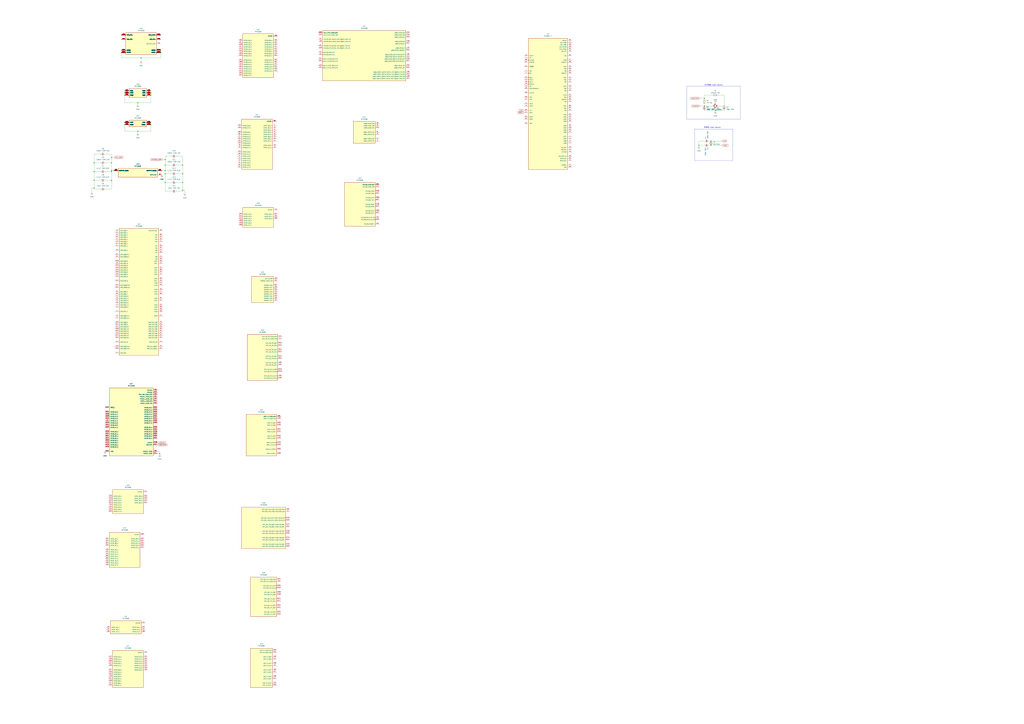
<source format=kicad_sch>
(kicad_sch (version 20250114) (generator "eeschema") (generator_version "9.0")
  (paper "A0")
  (lib_symbols
    (symbol "Device:C_Small" (pin_numbers (hide yes)) (pin_names (offset 0.254) (hide yes))
      (property "Reference" "C" (at 0.254 1.778 0))
      (property "Value" "C_Small" (at 0.254 -2.032 0))
      (symbol "C_Small_1_1"
        (pin passive line (at 0 2.54 270) (length 2.032) (name "~") (number "1"))
        (pin passive line (at 0 -2.54 90) (length 2.032) (name "~") (number "2"))
      )
    )
    (symbol "Device:Crystal_GND23_Small" (pin_names (offset 1.016) (hide yes))
      (property "Reference" "Y" (at 1.27 4.445 0))
      (property "Value" "Crystal_GND23_Small" (at 1.27 2.54 0))
      (symbol "Crystal_GND23_Small_1_1"
        (pin passive line (at -2.54 0 0) (length 1.27) (name "1") (number "1"))
        (pin passive line (at 0 2.54 270) (length 0.635) (name "3") (number "3"))
        (pin passive line (at 0 -2.54 90) (length 0.635) (name "2") (number "2"))
        (pin passive line (at 2.54 0 180) (length 1.27) (name "4") (number "4"))
      )
    )
    (symbol "Device:Crystal_Small" (pin_numbers (hide yes)) (pin_names (offset 1.016) (hide yes))
      (property "Reference" "Y" (at 0 2.54 0))
      (property "Value" "Crystal_Small" (at 0 -2.54 0))
      (symbol "Crystal_Small_1_1"
        (pin passive line (at -2.54 0 0) (length 1.27) (name "1") (number "1"))
        (pin passive line (at 2.54 0 180) (length 1.27) (name "2") (number "2"))
      )
    )
    (symbol "Device:R_Small" (pin_numbers (hide yes)) (pin_names (offset 0.254) (hide yes))
      (property "Reference" "R" (at 0 0 90))
      (property "Value" "R_Small" (at 1.778 0 90))
      (symbol "R_Small_1_1"
        (pin passive line (at 0 2.54 270) (length 0.762) (name "~") (number "1"))
        (pin passive line (at 0 -2.54 90) (length 0.762) (name "~") (number "2"))
      )
    )
    (symbol "RK3568:RK3568" (pin_names (offset 1.016))
      (property "Reference" "U" (at -17.78 13.462 0))
      (property "Value" "RK3568" (at -17.78 -15.24 0))
      (symbol "RK3568_1_0"
        (pin power_in line (at -22.86 10.16 0) (length 5.08) (name "VDD_CPU") (number "J15"))
        (pin power_in line (at -22.86 10.16 0) (length 5.08) (name "VDD_CPU") (number "K15"))
        (pin power_in line (at -22.86 10.16 0) (length 5.08) (name "VDD_CPU") (number "K16"))
        (pin power_in line (at -22.86 10.16 0) (length 5.08) (name "VDD_CPU") (number "K17"))
        (pin power_in line (at -22.86 10.16 0) (length 5.08) (name "VDD_CPU") (number "K18"))
        (pin power_in line (at -22.86 10.16 0) (length 5.08) (name "VDD_CPU") (number "L15"))
        (pin power_in line (at -22.86 10.16 0) (length 5.08) (name "VDD_CPU") (number "L16"))
        (pin power_in line (at -22.86 10.16 0) (length 5.08) (name "VDD_CPU") (number "L17"))
        (pin power_in line (at -22.86 10.16 0) (length 5.08) (name "VDD_CPU") (number "L18"))
        (pin power_in line (at -22.86 10.16 0) (length 5.08) (name "VDD_CPU") (number "M17"))
        (pin power_in line (at -22.86 5.08 0) (length 5.08) (name "VDD_GPU") (number "R13"))
        (pin power_in line (at -22.86 5.08 0) (length 5.08) (name "VDD_GPU") (number "T13"))
        (pin power_in line (at -22.86 5.08 0) (length 5.08) (name "VDD_GPU") (number "U11"))
        (pin power_in line (at -22.86 5.08 0) (length 5.08) (name "VDD_GPU") (number "U12"))
        (pin power_in line (at -22.86 5.08 0) (length 5.08) (name "VDD_GPU") (number "U13"))
        (pin power_in line (at -22.86 -7.62 0) (length 5.08) (name "AVSS1") (number "J27"))
        (pin power_in line (at -22.86 -7.62 0) (length 5.08) (name "AVSS1") (number "L24"))
        (pin power_in line (at -22.86 -7.62 0) (length 5.08) (name "AVSS1") (number "L26"))
        (pin power_in line (at -22.86 -7.62 0) (length 5.08) (name "AVSS1") (number "M21"))
        (pin power_in line (at -22.86 -7.62 0) (length 5.08) (name "AVSS1") (number "M26"))
        (pin power_in line (at -22.86 -7.62 0) (length 5.08) (name "AVSS1") (number "N28"))
        (pin power_in line (at -22.86 -7.62 0) (length 5.08) (name "AVSS1") (number "P21"))
        (pin power_in line (at -22.86 -7.62 0) (length 5.08) (name "AVSS1") (number "P26"))
        (pin power_in line (at -22.86 -7.62 0) (length 5.08) (name "AVSS1") (number "R23"))
        (pin power_in line (at -22.86 -7.62 0) (length 5.08) (name "AVSS1") (number "R26"))
        (pin power_in line (at -22.86 -7.62 0) (length 5.08) (name "AVSS1") (number "U23"))
        (pin power_in line (at -22.86 -7.62 0) (length 5.08) (name "AVSS1") (number "U26"))
        (pin power_in line (at -22.86 -7.62 0) (length 5.08) (name "AVSS1") (number "V14"))
        (pin power_in line (at -22.86 -7.62 0) (length 5.08) (name "AVSS1") (number "V15"))
        (pin power_in line (at -22.86 -7.62 0) (length 5.08) (name "AVSS1") (number "V16"))
        (pin power_in line (at -22.86 -10.16 0) (length 5.08) (name "AVSS2") (number "AA12"))
        (pin power_in line (at -22.86 -10.16 0) (length 5.08) (name "AVSS2") (number "AA14"))
        (pin power_in line (at -22.86 -10.16 0) (length 5.08) (name "AVSS2") (number "AA15"))
        (pin power_in line (at -22.86 -10.16 0) (length 5.08) (name "AVSS2") (number "AA17"))
        (pin power_in line (at -22.86 -10.16 0) (length 5.08) (name "AVSS2") (number "AA24"))
        (pin power_in line (at -22.86 -10.16 0) (length 5.08) (name "AVSS2") (number "AA26"))
        (pin power_in line (at -22.86 -10.16 0) (length 5.08) (name "AVSS2") (number "AB11"))
        (pin power_in line (at -22.86 -10.16 0) (length 5.08) (name "AVSS2") (number "V22"))
        (pin power_in line (at -22.86 -10.16 0) (length 5.08) (name "AVSS2") (number "V23"))
        (pin power_in line (at -22.86 -10.16 0) (length 5.08) (name "AVSS2") (number "V26"))
        (pin power_in line (at -22.86 -10.16 0) (length 5.08) (name "AVSS2") (number "W17"))
        (pin power_in line (at -22.86 -10.16 0) (length 5.08) (name "AVSS2") (number "Y18"))
        (pin power_in line (at -22.86 -10.16 0) (length 5.08) (name "AVSS2") (number "Y23"))
        (pin power_in line (at -22.86 -10.16 0) (length 5.08) (name "AVSS2") (number "Y24"))
        (pin power_in line (at -22.86 -10.16 0) (length 5.08) (name "AVSS2") (number "Y26"))
        (pin power_in line (at 22.86 10.16 180) (length 5.08) (name "VDD_LOGIC") (number "L12"))
        (pin power_in line (at 22.86 10.16 180) (length 5.08) (name "VDD_LOGIC") (number "M12"))
        (pin power_in line (at 22.86 10.16 180) (length 5.08) (name "VDD_LOGIC") (number "N13"))
        (pin power_in line (at 22.86 10.16 180) (length 5.08) (name "VDD_LOGIC") (number "N16"))
        (pin power_in line (at 22.86 10.16 180) (length 5.08) (name "VDD_LOGIC") (number "P13"))
        (pin power_in line (at 22.86 10.16 180) (length 5.08) (name "VDD_LOGIC") (number "P16"))
        (pin power_in line (at 22.86 10.16 180) (length 5.08) (name "VDD_LOGIC") (number "R12"))
        (pin power_in line (at 22.86 10.16 180) (length 5.08) (name "VDD_LOGIC") (number "R16"))
        (pin power_in line (at 22.86 10.16 180) (length 5.08) (name "VDD_LOGIC") (number "T12"))
        (pin power_in line (at 22.86 10.16 180) (length 5.08) (name "VDD_LOGIC") (number "T16"))
        (pin power_in line (at 22.86 5.08 180) (length 5.08) (name "VDD_NPU") (number "M19"))
        (pin power_in line (at 22.86 5.08 180) (length 5.08) (name "VDD_NPU") (number "N19"))
        (pin power_in line (at 22.86 5.08 180) (length 5.08) (name "VDD_NPU") (number "P18"))
        (pin power_in line (at 22.86 5.08 180) (length 5.08) (name "VDD_NPU") (number "P19"))
        (pin power_in line (at 22.86 5.08 180) (length 5.08) (name "VDD_NPU") (number "P20"))
        (pin power_in line (at 22.86 0 180) (length 5.08) (name "VDD_CPU_COM") (number "M15"))
        (pin power_in line (at 22.86 -7.62 180) (length 5.08) (name "AVSS3") (number "AB12"))
        (pin power_in line (at 22.86 -7.62 180) (length 5.08) (name "AVSS3") (number "AB14"))
        (pin power_in line (at 22.86 -7.62 180) (length 5.08) (name "AVSS3") (number "AB15"))
        (pin power_in line (at 22.86 -7.62 180) (length 5.08) (name "AVSS3") (number "AB17"))
        (pin power_in line (at 22.86 -7.62 180) (length 5.08) (name "AVSS3") (number "AC11"))
        (pin power_in line (at 22.86 -7.62 180) (length 5.08) (name "AVSS3") (number "AC12"))
        (pin power_in line (at 22.86 -7.62 180) (length 5.08) (name "AVSS3") (number "AC15"))
        (pin power_in line (at 22.86 -7.62 180) (length 5.08) (name "AVSS3") (number "AC18"))
        (pin power_in line (at 22.86 -7.62 180) (length 5.08) (name "AVSS3") (number "AC25"))
        (pin power_in line (at 22.86 -7.62 180) (length 5.08) (name "AVSS3") (number "AC26"))
        (pin power_in line (at 22.86 -7.62 180) (length 5.08) (name "AVSS3") (number "AC9"))
        (pin power_in line (at 22.86 -7.62 180) (length 5.08) (name "AVSS3") (number "AD26"))
        (pin power_in line (at 22.86 -7.62 180) (length 5.08) (name "AVSS3") (number "AE14"))
        (pin power_in line (at 22.86 -7.62 180) (length 5.08) (name "AVSS3") (number "AE17"))
        (pin power_in line (at 22.86 -7.62 180) (length 5.08) (name "AVSS3") (number "AE20"))
        (pin power_in line (at 22.86 -10.16 180) (length 5.08) (name "AVSS4") (number "AE27"))
        (pin power_in line (at 22.86 -10.16 180) (length 5.08) (name "AVSS4") (number "AE28"))
        (pin power_in line (at 22.86 -10.16 180) (length 5.08) (name "AVSS4") (number "AF11"))
        (pin power_in line (at 22.86 -10.16 180) (length 5.08) (name "AVSS4") (number "AF12"))
        (pin power_in line (at 22.86 -10.16 180) (length 5.08) (name "AVSS4") (number "AF14"))
        (pin power_in line (at 22.86 -10.16 180) (length 5.08) (name "AVSS4") (number "AF15"))
        (pin power_in line (at 22.86 -10.16 180) (length 5.08) (name "AVSS4") (number "AF17"))
        (pin power_in line (at 22.86 -10.16 180) (length 5.08) (name "AVSS4") (number "AF18"))
        (pin power_in line (at 22.86 -10.16 180) (length 5.08) (name "AVSS4") (number "AF20"))
        (pin power_in line (at 22.86 -10.16 180) (length 5.08) (name "AVSS4") (number "AF21"))
        (pin power_in line (at 22.86 -10.16 180) (length 5.08) (name "AVSS4") (number "AF9"))
        (pin power_in line (at 22.86 -10.16 180) (length 5.08) (name "AVSS4") (number "AG18"))
        (pin power_in line (at 22.86 -10.16 180) (length 5.08) (name "AVSS4") (number "AH18"))
        (pin power_in line (at 22.86 -10.16 180) (length 5.08) (name "AVSS4") (number "AH23"))
      )
      (symbol "RK3568_2_0"
        (pin power_in line (at -15.24 2.54 0) (length 5.08) (name "VSS1") (number "A1"))
        (pin power_in line (at -15.24 2.54 0) (length 5.08) (name "VSS1") (number "A10"))
        (pin power_in line (at -15.24 2.54 0) (length 5.08) (name "VSS1") (number "A14"))
        (pin power_in line (at -15.24 2.54 0) (length 5.08) (name "VSS1") (number "A18"))
        (pin power_in line (at -15.24 2.54 0) (length 5.08) (name "VSS1") (number "A28"))
        (pin power_in line (at -15.24 2.54 0) (length 5.08) (name "VSS1") (number "A3"))
        (pin power_in line (at -15.24 2.54 0) (length 5.08) (name "VSS1") (number "A6"))
        (pin power_in line (at -15.24 2.54 0) (length 5.08) (name "VSS1") (number "B12"))
        (pin power_in line (at -15.24 2.54 0) (length 5.08) (name "VSS1") (number "B16"))
        (pin power_in line (at -15.24 2.54 0) (length 5.08) (name "VSS1") (number "B23"))
        (pin power_in line (at -15.24 2.54 0) (length 5.08) (name "VSS1") (number "B26"))
        (pin power_in line (at -15.24 2.54 0) (length 5.08) (name "VSS1") (number "B5"))
        (pin power_in line (at -15.24 2.54 0) (length 5.08) (name "VSS1") (number "B9"))
        (pin power_in line (at -15.24 2.54 0) (length 5.08) (name "VSS1") (number "C3"))
        (pin power_in line (at -15.24 2.54 0) (length 5.08) (name "VSS1") (number "C6"))
        (pin power_in line (at -15.24 0 0) (length 5.08) (name "VSS2") (number "C11"))
        (pin power_in line (at -15.24 0 0) (length 5.08) (name "VSS2") (number "C12"))
        (pin power_in line (at -15.24 0 0) (length 5.08) (name "VSS2") (number "C14"))
        (pin power_in line (at -15.24 0 0) (length 5.08) (name "VSS2") (number "C15"))
        (pin power_in line (at -15.24 0 0) (length 5.08) (name "VSS2") (number "C17"))
        (pin power_in line (at -15.24 0 0) (length 5.08) (name "VSS2") (number "C18"))
        (pin power_in line (at -15.24 0 0) (length 5.08) (name "VSS2") (number "C25"))
        (pin power_in line (at -15.24 0 0) (length 5.08) (name "VSS2") (number "C8"))
        (pin power_in line (at -15.24 0 0) (length 5.08) (name "VSS2") (number "C9"))
        (pin power_in line (at -15.24 0 0) (length 5.08) (name "VSS2") (number "D11"))
        (pin power_in line (at -15.24 0 0) (length 5.08) (name "VSS2") (number "D2"))
        (pin power_in line (at -15.24 0 0) (length 5.08) (name "VSS2") (number "D28"))
        (pin power_in line (at -15.24 0 0) (length 5.08) (name "VSS2") (number "D3"))
        (pin power_in line (at -15.24 0 0) (length 5.08) (name "VSS2") (number "E3"))
        (pin power_in line (at -15.24 0 0) (length 5.08) (name "VSS2") (number "E7"))
        (pin power_in line (at -15.24 -2.54 0) (length 5.08) (name "VSS3") (number "F1"))
        (pin power_in line (at -15.24 -2.54 0) (length 5.08) (name "VSS3") (number "F12"))
        (pin power_in line (at -15.24 -2.54 0) (length 5.08) (name "VSS3") (number "F14"))
        (pin power_in line (at -15.24 -2.54 0) (length 5.08) (name "VSS3") (number "F15"))
        (pin power_in line (at -15.24 -2.54 0) (length 5.08) (name "VSS3") (number "F17"))
        (pin power_in line (at -15.24 -2.54 0) (length 5.08) (name "VSS3") (number "F3"))
        (pin power_in line (at -15.24 -2.54 0) (length 5.08) (name "VSS3") (number "F9"))
        (pin power_in line (at -15.24 -2.54 0) (length 5.08) (name "VSS3") (number "G11"))
        (pin power_in line (at -15.24 -2.54 0) (length 5.08) (name "VSS3") (number "G12"))
        (pin power_in line (at -15.24 -2.54 0) (length 5.08) (name "VSS3") (number "G14"))
        (pin power_in line (at -15.24 -2.54 0) (length 5.08) (name "VSS3") (number "G15"))
        (pin power_in line (at -15.24 -2.54 0) (length 5.08) (name "VSS3") (number "G5"))
        (pin power_in line (at -15.24 -2.54 0) (length 5.08) (name "VSS3") (number "G6"))
        (pin power_in line (at -15.24 -2.54 0) (length 5.08) (name "VSS3") (number "G8"))
        (pin power_in line (at -15.24 -2.54 0) (length 5.08) (name "VSS3") (number "G9"))
        (pin power_in line (at 15.24 2.54 180) (length 5.08) (name "VSS4") (number "G17"))
        (pin power_in line (at 15.24 2.54 180) (length 5.08) (name "VSS4") (number "G18"))
        (pin power_in line (at 15.24 2.54 180) (length 5.08) (name "VSS4") (number "G24"))
        (pin power_in line (at 15.24 2.54 180) (length 5.08) (name "VSS4") (number "H2"))
        (pin power_in line (at 15.24 2.54 180) (length 5.08) (name "VSS4") (number "H3"))
        (pin power_in line (at 15.24 2.54 180) (length 5.08) (name "VSS4") (number "H6"))
        (pin power_in line (at 15.24 2.54 180) (length 5.08) (name "VSS4") (number "J17"))
        (pin power_in line (at 15.24 2.54 180) (length 5.08) (name "VSS4") (number "J18"))
        (pin power_in line (at 15.24 2.54 180) (length 5.08) (name "VSS4") (number "J20"))
        (pin power_in line (at 15.24 2.54 180) (length 5.08) (name "VSS4") (number "J22"))
        (pin power_in line (at 15.24 2.54 180) (length 5.08) (name "VSS4") (number "J26"))
        (pin power_in line (at 15.24 2.54 180) (length 5.08) (name "VSS4") (number "J3"))
        (pin power_in line (at 15.24 2.54 180) (length 5.08) (name "VSS4") (number "J5"))
        (pin power_in line (at 15.24 2.54 180) (length 5.08) (name "VSS4") (number "K1"))
        (pin power_in line (at 15.24 2.54 180) (length 5.08) (name "VSS4") (number "K11"))
        (pin power_in line (at 15.24 0 180) (length 5.08) (name "VSS5") (number "K12"))
        (pin power_in line (at 15.24 0 180) (length 5.08) (name "VSS5") (number "K13"))
        (pin power_in line (at 15.24 0 180) (length 5.08) (name "VSS5") (number "K14"))
        (pin power_in line (at 15.24 0 180) (length 5.08) (name "VSS5") (number "K19"))
        (pin power_in line (at 15.24 0 180) (length 5.08) (name "VSS5") (number "L11"))
        (pin power_in line (at 15.24 0 180) (length 5.08) (name "VSS5") (number "L13"))
        (pin power_in line (at 15.24 0 180) (length 5.08) (name "VSS5") (number "L14"))
        (pin power_in line (at 15.24 0 180) (length 5.08) (name "VSS5") (number "L19"))
        (pin power_in line (at 15.24 0 180) (length 5.08) (name "VSS5") (number "L20"))
        (pin power_in line (at 15.24 0 180) (length 5.08) (name "VSS5") (number "L21"))
        (pin power_in line (at 15.24 0 180) (length 5.08) (name "VSS5") (number "L3"))
        (pin power_in line (at 15.24 0 180) (length 5.08) (name "VSS5") (number "L5"))
        (pin power_in line (at 15.24 0 180) (length 5.08) (name "VSS5") (number "L8"))
        (pin power_in line (at 15.24 0 180) (length 5.08) (name "VSS5") (number "M2"))
        (pin power_in line (at 15.24 0 180) (length 5.08) (name "VSS5") (number "M3"))
        (pin power_in line (at 15.24 -2.54 180) (length 5.08) (name "VSS6") (number "M11"))
        (pin power_in line (at 15.24 -2.54 180) (length 5.08) (name "VSS6") (number "M13"))
        (pin power_in line (at 15.24 -2.54 180) (length 5.08) (name "VSS6") (number "M14"))
        (pin power_in line (at 15.24 -2.54 180) (length 5.08) (name "VSS6") (number "M16"))
        (pin power_in line (at 15.24 -2.54 180) (length 5.08) (name "VSS6") (number "M18"))
        (pin power_in line (at 15.24 -2.54 180) (length 5.08) (name "VSS6") (number "M6"))
        (pin power_in line (at 15.24 -2.54 180) (length 5.08) (name "VSS6") (number "M8"))
        (pin power_in line (at 15.24 -2.54 180) (length 5.08) (name "VSS6") (number "N1"))
        (pin power_in line (at 15.24 -2.54 180) (length 5.08) (name "VSS6") (number "N12"))
        (pin power_in line (at 15.24 -2.54 180) (length 5.08) (name "VSS6") (number "N14"))
        (pin power_in line (at 15.24 -2.54 180) (length 5.08) (name "VSS6") (number "N15"))
        (pin power_in line (at 15.24 -2.54 180) (length 5.08) (name "VSS6") (number "N17"))
        (pin power_in line (at 15.24 -2.54 180) (length 5.08) (name "VSS6") (number "N18"))
        (pin power_in line (at 15.24 -2.54 180) (length 5.08) (name "VSS6") (number "P3"))
        (pin power_in line (at 15.24 -2.54 180) (length 5.08) (name "VSS6") (number "P6"))
      )
      (symbol "RK3568_3_0"
        (pin power_in line (at -15.24 0 0) (length 5.08) (name "VSS7") (number "P12"))
        (pin power_in line (at -15.24 0 0) (length 5.08) (name "VSS7") (number "P14"))
        (pin power_in line (at -15.24 0 0) (length 5.08) (name "VSS7") (number "P15"))
        (pin power_in line (at -15.24 0 0) (length 5.08) (name "VSS7") (number "P17"))
        (pin power_in line (at -15.24 0 0) (length 5.08) (name "VSS7") (number "R10"))
        (pin power_in line (at -15.24 0 0) (length 5.08) (name "VSS7") (number "R11"))
        (pin power_in line (at -15.24 0 0) (length 5.08) (name "VSS7") (number "R14"))
        (pin power_in line (at -15.24 0 0) (length 5.08) (name "VSS7") (number "R15"))
        (pin power_in line (at -15.24 0 0) (length 5.08) (name "VSS7") (number "R17"))
        (pin power_in line (at -15.24 0 0) (length 5.08) (name "VSS7") (number "R18"))
        (pin power_in line (at -15.24 0 0) (length 5.08) (name "VSS7") (number "R19"))
        (pin power_in line (at -15.24 0 0) (length 5.08) (name "VSS7") (number "R3"))
        (pin power_in line (at -15.24 0 0) (length 5.08) (name "VSS7") (number "R6"))
        (pin power_in line (at -15.24 0 0) (length 5.08) (name "VSS7") (number "T10"))
        (pin power_in line (at -15.24 0 0) (length 5.08) (name "VSS7") (number "T11"))
        (pin power_in line (at -15.24 -2.54 0) (length 5.08) (name "VSS8") (number "T14"))
        (pin power_in line (at -15.24 -2.54 0) (length 5.08) (name "VSS8") (number "T15"))
        (pin power_in line (at -15.24 -2.54 0) (length 5.08) (name "VSS8") (number "T17"))
        (pin power_in line (at -15.24 -2.54 0) (length 5.08) (name "VSS8") (number "T18"))
        (pin power_in line (at -15.24 -2.54 0) (length 5.08) (name "VSS8") (number "T19"))
        (pin power_in line (at -15.24 -2.54 0) (length 5.08) (name "VSS8") (number "U1"))
        (pin power_in line (at -15.24 -2.54 0) (length 5.08) (name "VSS8") (number "U10"))
        (pin power_in line (at -15.24 -2.54 0) (length 5.08) (name "VSS8") (number "U14"))
        (pin power_in line (at -15.24 -2.54 0) (length 5.08) (name "VSS8") (number "U15"))
        (pin power_in line (at -15.24 -2.54 0) (length 5.08) (name "VSS8") (number "U16"))
        (pin power_in line (at -15.24 -2.54 0) (length 5.08) (name "VSS8") (number "U17"))
        (pin power_in line (at -15.24 -2.54 0) (length 5.08) (name "VSS8") (number "U18"))
        (pin power_in line (at -15.24 -2.54 0) (length 5.08) (name "VSS8") (number "U6"))
        (pin power_in line (at -15.24 -2.54 0) (length 5.08) (name "VSS8") (number "U7"))
        (pin power_in line (at -15.24 -2.54 0) (length 5.08) (name "VSS8") (number "U8"))
        (pin power_in line (at 15.24 0 180) (length 5.08) (name "VSS9") (number "AA23"))
        (pin power_in line (at 15.24 0 180) (length 5.08) (name "VSS9") (number "AA4"))
        (pin power_in line (at 15.24 0 180) (length 5.08) (name "VSS9") (number "AA9"))
        (pin power_in line (at 15.24 0 180) (length 5.08) (name "VSS9") (number "V13"))
        (pin power_in line (at 15.24 0 180) (length 5.08) (name "VSS9") (number "V3"))
        (pin power_in line (at 15.24 0 180) (length 5.08) (name "VSS9") (number "V8"))
        (pin power_in line (at 15.24 0 180) (length 5.08) (name "VSS9") (number "V9"))
        (pin power_in line (at 15.24 0 180) (length 5.08) (name "VSS9") (number "W10"))
        (pin power_in line (at 15.24 0 180) (length 5.08) (name "VSS9") (number "W11"))
        (pin power_in line (at 15.24 0 180) (length 5.08) (name "VSS9") (number "W12"))
        (pin power_in line (at 15.24 0 180) (length 5.08) (name "VSS9") (number "W13"))
        (pin power_in line (at 15.24 0 180) (length 5.08) (name "VSS9") (number "Y11"))
        (pin power_in line (at 15.24 0 180) (length 5.08) (name "VSS9") (number "Y12"))
        (pin power_in line (at 15.24 0 180) (length 5.08) (name "VSS9") (number "Y8"))
        (pin power_in line (at 15.24 0 180) (length 5.08) (name "VSS9") (number "Y9"))
        (pin power_in line (at 15.24 -2.54 180) (length 5.08) (name "VSS10") (number "AB2"))
        (pin power_in line (at 15.24 -2.54 180) (length 5.08) (name "VSS10") (number "AB6"))
        (pin power_in line (at 15.24 -2.54 180) (length 5.08) (name "VSS10") (number "AD3"))
        (pin power_in line (at 15.24 -2.54 180) (length 5.08) (name "VSS10") (number "AE21"))
        (pin power_in line (at 15.24 -2.54 180) (length 5.08) (name "VSS10") (number "AE6"))
        (pin power_in line (at 15.24 -2.54 180) (length 5.08) (name "VSS10") (number "AF26"))
        (pin power_in line (at 15.24 -2.54 180) (length 5.08) (name "VSS10") (number "AF3"))
        (pin power_in line (at 15.24 -2.54 180) (length 5.08) (name "VSS10") (number "AG5"))
        (pin power_in line (at 15.24 -2.54 180) (length 5.08) (name "VSS10") (number "AH1"))
        (pin power_in line (at 15.24 -2.54 180) (length 5.08) (name "VSS10") (number "AH28"))
        (pin power_in line (at 15.24 -2.54 180) (length 5.08) (name "VSS10") (number "AH8"))
      )
      (symbol "RK3568_4_0"
        (pin power_in line (at -27.94 2.54 0) (length 5.08) (name "DDRPHY_VDDQ") (number "H11"))
        (pin power_in line (at -27.94 2.54 0) (length 5.08) (name "DDRPHY_VDDQ") (number "H12"))
        (pin power_in line (at -27.94 2.54 0) (length 5.08) (name "DDRPHY_VDDQ") (number "H14"))
        (pin power_in line (at -27.94 2.54 0) (length 5.08) (name "DDRPHY_VDDQ") (number "H15"))
        (pin power_in line (at -27.94 2.54 0) (length 5.08) (name "DDRPHY_VDDQ") (number "H9"))
        (pin power_in line (at -27.94 2.54 0) (length 5.08) (name "DDRPHY_VDDQ") (number "J9"))
        (pin power_in line (at -27.94 2.54 0) (length 5.08) (name "DDRPHY_VDDQ") (number "L9"))
        (pin power_in line (at -27.94 2.54 0) (length 5.08) (name "DDRPHY_VDDQ") (number "M9"))
        (pin power_in line (at 27.94 2.54 180) (length 5.08) (name "DDRPHY_VDDQL") (number "J11"))
        (pin power_in line (at 27.94 2.54 180) (length 5.08) (name "DDRPHY_VDDQL") (number "J12"))
        (pin power_in line (at 27.94 2.54 180) (length 5.08) (name "DDRPHY_VDDQL") (number "J14"))
        (pin power_in line (at 27.94 2.54 180) (length 5.08) (name "DDRPHY_VDDQL") (number "K10"))
        (pin power_in line (at 27.94 2.54 180) (length 5.08) (name "DDRPHY_VDDQL") (number "L10"))
        (pin power_in line (at 27.94 2.54 180) (length 5.08) (name "DDRPHY_VDDQL") (number "M10"))
        (pin power_in line (at 27.94 -2.54 180) (length 5.08) (name "DDR_AVSS") (number "J8"))
      )
      (symbol "RK3568_5_0"
        (pin bidirectional line (at -27.94 71.12 0) (length 5.08) (name "DDR_DQ0_A") (number "F2"))
        (pin bidirectional line (at -27.94 68.58 0) (length 5.08) (name "DDR_DQ1_A") (number "E1"))
        (pin bidirectional line (at -27.94 66.04 0) (length 5.08) (name "DDR_DQ2_A") (number "E2"))
        (pin bidirectional line (at -27.94 63.5 0) (length 5.08) (name "DDR_DQ3_A") (number "D1"))
        (pin bidirectional line (at -27.94 60.96 0) (length 5.08) (name "DDR_DQ4_A") (number "J1"))
        (pin bidirectional line (at -27.94 58.42 0) (length 5.08) (name "DDR_DQ5_A") (number "J2"))
        (pin bidirectional line (at -27.94 55.88 0) (length 5.08) (name "DDR_DQ6_A") (number "H1"))
        (pin bidirectional line (at -27.94 53.34 0) (length 5.08) (name "DDR_DQ7_A") (number "H4"))
        (pin bidirectional line (at -27.94 48.26 0) (length 5.08) (name "DDR_DM0_A") (number "H5"))
        (pin bidirectional line (at -27.94 43.18 0) (length 5.08) (name "DDR_DQS0P_A") (number "G1"))
        (pin bidirectional line (at -27.94 40.64 0) (length 5.08) (name "DDR_DQS0N_A") (number "G2"))
        (pin bidirectional line (at -27.94 35.56 0) (length 5.08) (name "DDR_DQ0_B") (number "B10"))
        (pin bidirectional line (at -27.94 33.02 0) (length 5.08) (name "DDR_DQ1_B") (number "A9"))
        (pin bidirectional line (at -27.94 30.48 0) (length 5.08) (name "DDR_DQ2_B") (number "D12"))
        (pin bidirectional line (at -27.94 27.94 0) (length 5.08) (name "DDR_DQ3_B") (number "E12"))
        (pin bidirectional line (at -27.94 25.4 0) (length 5.08) (name "DDR_DQ4_B") (number "A12"))
        (pin bidirectional line (at -27.94 22.86 0) (length 5.08) (name "DDR_DQ5_B") (number "D15"))
        (pin bidirectional line (at -27.94 20.32 0) (length 5.08) (name "DDR_DQ6_B") (number "E15"))
        (pin bidirectional line (at -27.94 17.78 0) (length 5.08) (name "DDR_DQ7_B") (number "E14"))
        (pin bidirectional line (at -27.94 12.7 0) (length 5.08) (name "DDR_DM0_B") (number "D14"))
        (pin bidirectional line (at -27.94 7.62 0) (length 5.08) (name "DDR_DQS0P_B") (number "A11"))
        (pin bidirectional line (at -27.94 5.08 0) (length 5.08) (name "DDR_DQS0N_B") (number "B11"))
        (pin bidirectional line (at -27.94 0 0) (length 5.08) (name "DDR_DQ8_A") (number "M1"))
        (pin bidirectional line (at -27.94 -2.54 0) (length 5.08) (name "DDR_DQ9_A") (number "N2"))
        (pin bidirectional line (at -27.94 -5.08 0) (length 5.08) (name "DDR_DQ10_A") (number "L7"))
        (pin bidirectional line (at -27.94 -7.62 0) (length 5.08) (name "DDR_DQ11_A") (number "L6"))
        (pin bidirectional line (at -27.94 -10.16 0) (length 5.08) (name "DDR_DQ12_A") (number "K2"))
        (pin bidirectional line (at -27.94 -12.7 0) (length 5.08) (name "DDR_DQ13_A") (number "J6"))
        (pin bidirectional line (at -27.94 -15.24 0) (length 5.08) (name "DDR_DQ14_A") (number "J7"))
        (pin bidirectional line (at -27.94 -17.78 0) (length 5.08) (name "DDR_DQ15_A") (number "L4"))
        (pin bidirectional line (at -27.94 -22.86 0) (length 5.08) (name "DDR_DM1_A") (number "J4"))
        (pin bidirectional line (at -27.94 -27.94 0) (length 5.08) (name "DDR_DQS1P_A") (number "L2"))
        (pin bidirectional line (at -27.94 -30.48 0) (length 5.08) (name "DDR_DQS1N_A") (number "L1"))
        (pin bidirectional line (at -27.94 -35.56 0) (length 5.08) (name "DDR_DQ8_B") (number "A16"))
        (pin bidirectional line (at -27.94 -38.1 0) (length 5.08) (name "DDR_DQ9_B") (number "B17"))
        (pin bidirectional line (at -27.94 -40.64 0) (length 5.08) (name "DDR_DQ10_B") (number "A17"))
        (pin bidirectional line (at -27.94 -43.18 0) (length 5.08) (name "DDR_DQ11_B") (number "B18"))
        (pin bidirectional line (at -27.94 -45.72 0) (length 5.08) (name "DDR_DQ12_B") (number "B13"))
        (pin bidirectional line (at -27.94 -48.26 0) (length 5.08) (name "DDR_DQ13_B") (number "A13"))
        (pin bidirectional line (at -27.94 -50.8 0) (length 5.08) (name "DDR_DQ14_B") (number "D17"))
        (pin bidirectional line (at -27.94 -53.34 0) (length 5.08) (name "DDR_DQ15_B") (number "B14"))
        (pin bidirectional line (at -27.94 -58.42 0) (length 5.08) (name "DDR_DM1_B") (number "E17"))
        (pin bidirectional line (at -27.94 -63.5 0) (length 5.08) (name "DDR_DQS1N_B") (number "A15"))
        (pin bidirectional line (at -27.94 -66.04 0) (length 5.08) (name "DDR_DQS1P_B") (number "B15"))
        (pin passive line (at -27.94 -71.12 0) (length 5.08) (name "DDR_RZQ") (number "H7"))
        (pin output line (at 27.94 71.12 180) (length 5.08) (name "DDR_VREFOUT") (number "P8"))
        (pin output line (at 27.94 66.04 180) (length 5.08) (name "AC0") (number "B6"))
        (pin output line (at 27.94 63.5 180) (length 5.08) (name "AC1") (number "F5"))
        (pin output line (at 27.94 60.96 180) (length 5.08) (name "AC2") (number "B1"))
        (pin output line (at 27.94 58.42 180) (length 5.08) (name "AC3") (number "F4"))
        (pin output line (at 27.94 53.34 180) (length 5.08) (name "AC4") (number "D9"))
        (pin output line (at 27.94 50.8 180) (length 5.08) (name "AC5") (number "B7"))
        (pin output line (at 27.94 48.26 180) (length 5.08) (name "AC6") (number "A7"))
        (pin output line (at 27.94 45.72 180) (length 5.08) (name "AC7") (number "A8"))
        (pin output line (at 27.94 40.64 180) (length 5.08) (name "AC8") (number "C1"))
        (pin output line (at 27.94 38.1 180) (length 5.08) (name "AC9") (number "A5"))
        (pin output line (at 27.94 35.56 180) (length 5.08) (name "AC10") (number "D6"))
        (pin output line (at 27.94 33.02 180) (length 5.08) (name "AC11") (number "C2"))
        (pin output line (at 27.94 27.94 180) (length 5.08) (name "AC12") (number "C4"))
        (pin output line (at 27.94 25.4 180) (length 5.08) (name "AC13") (number "B8"))
        (pin output line (at 27.94 22.86 180) (length 5.08) (name "AC14") (number "C5"))
        (pin output line (at 27.94 20.32 180) (length 5.08) (name "AC15") (number "E4"))
        (pin output line (at 27.94 15.24 180) (length 5.08) (name "AC16") (number "D5"))
        (pin output line (at 27.94 12.7 180) (length 5.08) (name "AC17") (number "E6"))
        (pin output line (at 27.94 10.16 180) (length 5.08) (name "AC18") (number "E11"))
        (pin output line (at 27.94 7.62 180) (length 5.08) (name "AC19") (number "E9"))
        (pin output line (at 27.94 2.54 180) (length 5.08) (name "AC20") (number "F8"))
        (pin output line (at 27.94 0 180) (length 5.08) (name "AC21") (number "F7"))
        (pin output line (at 27.94 -2.54 180) (length 5.08) (name "AC22") (number "B3"))
        (pin output line (at 27.94 -7.62 180) (length 5.08) (name "AC23") (number "B4"))
        (pin output line (at 27.94 -10.16 180) (length 5.08) (name "AC24") (number "A4"))
        (pin output line (at 27.94 -15.24 180) (length 5.08) (name "AC25") (number "A2"))
        (pin output line (at 27.94 -17.78 180) (length 5.08) (name "AC26") (number "B2"))
        (pin output line (at 27.94 -20.32 180) (length 5.08) (name "AC27") (number "E8"))
        (pin output line (at 27.94 -22.86 180) (length 5.08) (name "AC28") (number "D8"))
        (pin output line (at 27.94 -27.94 180) (length 5.08) (name "AC29") (number "F11"))
        (pin bidirectional line (at 27.94 -35.56 180) (length 5.08) (name "DDR_ECC_DQ0") (number "P5"))
        (pin bidirectional line (at 27.94 -38.1 180) (length 5.08) (name "DDR_ECC_DQ1") (number "M4"))
        (pin bidirectional line (at 27.94 -40.64 180) (length 5.08) (name "DDR_ECC_DQ2") (number "M5"))
        (pin bidirectional line (at 27.94 -43.18 180) (length 5.08) (name "DDR_ECC_DQ3") (number "R5"))
        (pin bidirectional line (at 27.94 -45.72 180) (length 5.08) (name "DDR_ECC_DQ4") (number "M7"))
        (pin bidirectional line (at 27.94 -48.26 180) (length 5.08) (name "DDR_ECC_DQ5") (number "R7"))
        (pin bidirectional line (at 27.94 -50.8 180) (length 5.08) (name "DDR_ECC_DQ6") (number "P4"))
        (pin bidirectional line (at 27.94 -53.34 180) (length 5.08) (name "DDR_ECC_DQ7") (number "R4"))
        (pin bidirectional line (at 27.94 -58.42 180) (length 5.08) (name "DDR_ECC_DM") (number "P7"))
        (pin bidirectional line (at 27.94 -63.5 180) (length 5.08) (name "DDR_ECC_DQS_P") (number "P2"))
        (pin bidirectional line (at 27.94 -66.04 180) (length 5.08) (name "DDR_ECC_DQS_N") (number "P1"))
      )
      (symbol "RK3568_6_0"
        (pin input line (at -30.48 15.24 0) (length 5.08) (name "~{POR_U}") (number "AH27"))
        (pin bidirectional line (at -30.48 10.16 0) (length 5.08) (name "GPIO0_A0_D") (number "AG27"))
        (pin bidirectional line (at -30.48 7.62 0) (length 5.08) (name "GPIO0_A1_Z") (number "AG26"))
        (pin bidirectional line (at -30.48 5.08 0) (length 5.08) (name "GPIO0_A2_D") (number "AG28"))
        (pin bidirectional line (at -30.48 2.54 0) (length 5.08) (name "GPIO0_A3_U") (number "AA22"))
        (pin bidirectional line (at -30.48 0 0) (length 5.08) (name "GPIO0_A4_U") (number "Y22"))
        (pin bidirectional line (at -30.48 -2.54 0) (length 5.08) (name "GPIO0_A5_D") (number "AF25"))
        (pin bidirectional line (at -30.48 -5.08 0) (length 5.08) (name "GPIO0_A6_D") (number "AE24"))
        (pin bidirectional line (at -30.48 -7.62 0) (length 5.08) (name "GPIO0_A7_U") (number "AG25"))
        (pin bidirectional line (at -30.48 -12.7 0) (length 5.08) (name "GPIO0_B0_U") (number "AD23"))
        (pin bidirectional line (at -30.48 -15.24 0) (length 5.08) (name "GPIO0_B1_U") (number "AF24"))
        (pin bidirectional line (at -30.48 -17.78 0) (length 5.08) (name "GPIO0_B2_U") (number "AB21"))
        (pin bidirectional line (at -30.48 -20.32 0) (length 5.08) (name "GPIO0_B3_U") (number "AG24"))
        (pin bidirectional line (at -30.48 -22.86 0) (length 5.08) (name "GPIO0_B4_U") (number "AB20"))
        (pin bidirectional line (at -30.48 -25.4 0) (length 5.08) (name "GPIO0_B5_U") (number "AC22"))
        (pin bidirectional line (at -30.48 -27.94 0) (length 5.08) (name "GPIO0_B6_U") (number "AA20"))
        (pin bidirectional line (at -30.48 -30.48 0) (length 5.08) (name "GPIO0_B7_D") (number "AH26"))
        (pin input line (at -30.48 -35.56 0) (length 5.08) (name "TVSS") (number "AB24"))
        (pin power_in line (at 30.48 35.56 180) (length 5.08) (name "PMUIO1") (number "Y20"))
        (pin power_in line (at 30.48 33.02 180) (length 5.08) (name "PMUIO2") (number "W19"))
        (pin power_in line (at 30.48 30.48 180) (length 5.08) (name "PMU_VDD_LOGIC_0V9") (number "V19"))
        (pin power_in line (at 30.48 27.94 180) (length 5.08) (name "PMUPLL_AVDD_0V9") (number "V21"))
        (pin power_in line (at 30.48 25.4 180) (length 5.08) (name "PMUPLL_AVDD_1V8") (number "Y21"))
        (pin power_in line (at 30.48 22.86 180) (length 5.08) (name "SYSPLL_AVDD_0V9") (number "P11"))
        (pin power_in line (at 30.48 20.32 180) (length 5.08) (name "SYSPLL_AVDD_1V8") (number "N10"))
        (pin bidirectional line (at 30.48 15.24 180) (length 5.08) (name "GPIO0_C0_D") (number "AD22"))
        (pin bidirectional line (at 30.48 12.7 180) (length 5.08) (name "GPIO0_C1_D") (number "AF23"))
        (pin bidirectional line (at 30.48 10.16 180) (length 5.08) (name "GPIO0_C2_D") (number "AG23"))
        (pin bidirectional line (at 30.48 7.62 180) (length 5.08) (name "GPIO0_C3_D") (number "AE23"))
        (pin bidirectional line (at 30.48 5.08 180) (length 5.08) (name "GPIO0_C4_D") (number "AD21"))
        (pin bidirectional line (at 30.48 2.54 180) (length 5.08) (name "GPIO0_C5_D") (number "AC21"))
        (pin bidirectional line (at 30.48 0 180) (length 5.08) (name "GPIO0_C6_D") (number "AD20"))
        (pin bidirectional line (at 30.48 -2.54 180) (length 5.08) (name "GPIO0_C7_D") (number "AH25"))
        (pin bidirectional line (at 30.48 -7.62 180) (length 5.08) (name "GPIO0_D0_U") (number "AC20"))
        (pin bidirectional line (at 30.48 -10.16 180) (length 5.08) (name "GPIO0_D1_U") (number "AH24"))
        (pin bidirectional line (at 30.48 -12.7 180) (length 5.08) (name "GPIO0_D3_D") (number "AE26"))
        (pin bidirectional line (at 30.48 -15.24 180) (length 5.08) (name "GPIO0_D4_D") (number "AB23"))
        (pin bidirectional line (at 30.48 -17.78 180) (length 5.08) (name "GPIO0_D5_D") (number "AD25"))
        (pin bidirectional line (at 30.48 -20.32 180) (length 5.08) (name "GPIO0_D6_D") (number "AC24"))
        (pin input line (at 30.48 -25.4 180) (length 5.08) (name "XIN24M") (number "AF28"))
        (pin output line (at 30.48 -27.94 180) (length 5.08) (name "XOUT24M") (number "AF27"))
        (pin power_in line (at 30.48 -35.56 180) (length 5.08) (name "PMUPLL_AVSS") (number "V20"))
        (pin power_in line (at 30.48 -38.1 180) (length 5.08) (name "SYSPLL_AVSS") (number "N11"))
      )
      (symbol "RK3568_7_0"
        (pin bidirectional line (at -22.86 7.62 0) (length 5.08) (name "GPIO1_A0_U") (number "D18"))
        (pin bidirectional line (at -22.86 5.08 0) (length 5.08) (name "GPIO1_A1_U") (number "E18"))
        (pin bidirectional line (at -22.86 2.54 0) (length 5.08) (name "GPIO1_A2_D") (number "A19"))
        (pin bidirectional line (at -22.86 0 0) (length 5.08) (name "GPIO1_A3_D") (number "B19"))
        (pin bidirectional line (at -22.86 -2.54 0) (length 5.08) (name "GPIO1_A4_D") (number "F18"))
        (pin bidirectional line (at -22.86 -5.08 0) (length 5.08) (name "GPIO1_A5_D") (number "A20"))
        (pin bidirectional line (at -22.86 -7.62 0) (length 5.08) (name "GPIO1_A6_D") (number "C20"))
        (pin bidirectional line (at -22.86 -10.16 0) (length 5.08) (name "GPIO1_A7_D") (number "B20"))
        (pin power_in line (at 22.86 12.7 180) (length 5.08) (name "VCCIO1") (number "H17"))
        (pin bidirectional line (at 22.86 7.62 180) (length 5.08) (name "GPIO1_B0_D") (number "D20"))
        (pin bidirectional line (at 22.86 5.08 180) (length 5.08) (name "GPIO1_B1_D") (number "E20"))
        (pin bidirectional line (at 22.86 2.54 180) (length 5.08) (name "GPIO1_B2_D") (number "A21"))
        (pin bidirectional line (at 22.86 0 180) (length 5.08) (name "GPIO1_B3_D") (number "B21"))
      )
      (symbol "RK3568_8_0"
        (pin bidirectional line (at -22.86 12.7 0) (length 5.08) (name "GPIO1_B4_U") (number "A24"))
        (pin bidirectional line (at -22.86 10.16 0) (length 5.08) (name "GPIO1_B5_U") (number "C21"))
        (pin bidirectional line (at -22.86 7.62 0) (length 5.08) (name "GPIO1_B6_U") (number "B24"))
        (pin bidirectional line (at -22.86 5.08 0) (length 5.08) (name "GPIO1_B7_U") (number "D21"))
        (pin bidirectional line (at -22.86 0 0) (length 5.08) (name "GPIO1_C0_U") (number "A25"))
        (pin bidirectional line (at -22.86 -2.54 0) (length 5.08) (name "GPIO1_C1_U") (number "E21"))
        (pin bidirectional line (at -22.86 -5.08 0) (length 5.08) (name "GPIO1_C2_U") (number "E22"))
        (pin bidirectional line (at -22.86 -7.62 0) (length 5.08) (name "GPIO1_C3_U") (number "B25"))
        (pin bidirectional line (at -22.86 -10.16 0) (length 5.08) (name "GPIO1_C4_U") (number "B22"))
        (pin bidirectional line (at -22.86 -12.7 0) (length 5.08) (name "GPIO1_C5_D") (number "A23"))
        (pin bidirectional line (at -22.86 -15.24 0) (length 5.08) (name "GPIO1_C6_D") (number "A26"))
        (pin bidirectional line (at -22.86 -17.78 0) (length 5.08) (name "GPIO1_C7_D") (number "F20"))
        (pin power_in line (at 22.86 17.78 180) (length 5.08) (name "VCCIO2") (number "H18"))
        (pin bidirectional line (at 22.86 12.7 180) (length 5.08) (name "GPIO1_D0_D") (number "A22"))
        (pin bidirectional line (at 22.86 10.16 180) (length 5.08) (name "GPIO1_D1_U") (number "C24"))
        (pin bidirectional line (at 22.86 7.62 180) (length 5.08) (name "GPIO1_D2_U") (number "D23"))
        (pin bidirectional line (at 22.86 5.08 180) (length 5.08) (name "GPIO1_D3_U") (number "C23"))
        (pin bidirectional line (at 22.86 2.54 180) (length 5.08) (name "GPIO1_D4_U") (number "A27"))
      )
      (symbol "RK3568_9_0"
        (pin bidirectional line (at -22.86 0 0) (length 5.08) (name "GPIO1_D5_U") (number "J25"))
        (pin bidirectional line (at -22.86 -2.54 0) (length 5.08) (name "GPIO1_D6_U") (number "J24"))
        (pin bidirectional line (at -22.86 -5.08 0) (length 5.08) (name "GPIO1_D7_U") (number "H26"))
        (pin power_in line (at 22.86 5.08 180) (length 5.08) (name "VCCIO3") (number "L22"))
        (pin bidirectional line (at 22.86 0 180) (length 5.08) (name "GPIO2_A0_U") (number "J23"))
        (pin bidirectional line (at 22.86 -2.54 180) (length 5.08) (name "GPIO2_A1_U") (number "H27"))
        (pin bidirectional line (at 22.86 -5.08 180) (length 5.08) (name "GPIO2_A2_D") (number "H28"))
      )
      (symbol "RK3568_10_0"
        (pin bidirectional line (at -22.86 12.7 0) (length 5.08) (name "GPIO2_A3_U") (number "E27"))
        (pin bidirectional line (at -22.86 10.16 0) (length 5.08) (name "GPIO2_A4_U") (number "E28"))
        (pin bidirectional line (at -22.86 7.62 0) (length 5.08) (name "GPIO2_A5_U") (number "B28"))
        (pin bidirectional line (at -22.86 5.08 0) (length 5.08) (name "GPIO2_A6_U") (number "C27"))
        (pin bidirectional line (at -22.86 2.54 0) (length 5.08) (name "GPIO2_A7_U") (number "C28"))
        (pin bidirectional line (at -22.86 -2.54 0) (length 5.08) (name "GPIO2_B0_D") (number "D27"))
        (pin bidirectional line (at -22.86 -5.08 0) (length 5.08) (name "GPIO2_B1_D") (number "D26"))
        (pin bidirectional line (at -22.86 -7.62 0) (length 5.08) (name "GPIO2_B2_U") (number "E25"))
        (pin bidirectional line (at -22.86 -10.16 0) (length 5.08) (name "GPIO2_B3_U") (number "F28"))
        (pin bidirectional line (at -22.86 -12.7 0) (length 5.08) (name "GPIO2_B4_U") (number "G27"))
        (pin bidirectional line (at -22.86 -15.24 0) (length 5.08) (name "GPIO2_B5_U") (number "G28"))
        (pin bidirectional line (at -22.86 -17.78 0) (length 5.08) (name "GPIO2_B6_U") (number "F27"))
        (pin bidirectional line (at -22.86 -20.32 0) (length 5.08) (name "GPIO2_B7_D") (number "H25"))
        (pin power_in line (at 22.86 17.78 180) (length 5.08) (name "VCCIO4") (number "J21"))
        (pin bidirectional line (at 22.86 12.7 180) (length 5.08) (name "GPIO2_C0_D") (number "F24"))
        (pin bidirectional line (at 22.86 10.16 180) (length 5.08) (name "GPIO2_C1_D") (number "G23"))
        (pin bidirectional line (at 22.86 7.62 180) (length 5.08) (name "GPIO2_C2_D") (number "F25"))
        (pin bidirectional line (at 22.86 5.08 180) (length 5.08) (name "GPIO2_C3_D") (number "H24"))
        (pin bidirectional line (at 22.86 2.54 180) (length 5.08) (name "GPIO2_C4_D") (number "H23"))
        (pin bidirectional line (at 22.86 0 180) (length 5.08) (name "GPIO2_C5_D") (number "F26"))
        (pin bidirectional line (at 22.86 -2.54 180) (length 5.08) (name "GPIO2_C6_D") (number "E26"))
      )
      (symbol "RK3568_11_0"
        (pin bidirectional line (at -22.86 17.78 0) (length 5.08) (name "GPIO2_D0_D") (number "AG6"))
        (pin bidirectional line (at -22.86 15.24 0) (length 5.08) (name "GPIO2_D1_D") (number "AD7"))
        (pin bidirectional line (at -22.86 12.7 0) (length 5.08) (name "GPIO2_D2_D") (number "AC8"))
        (pin bidirectional line (at -22.86 10.16 0) (length 5.08) (name "GPIO2_D3_D") (number "AC7"))
        (pin bidirectional line (at -22.86 7.62 0) (length 5.08) (name "GPIO2_D4_D") (number "AF5"))
        (pin bidirectional line (at -22.86 5.08 0) (length 5.08) (name "GPIO2_D5_D") (number "AF6"))
        (pin bidirectional line (at -22.86 2.54 0) (length 5.08) (name "GPIO2_D6_D") (number "AD6"))
        (pin bidirectional line (at -22.86 0 0) (length 5.08) (name "GPIO2_D7_D") (number "AH5"))
        (pin bidirectional line (at -22.86 -5.08 0) (length 5.08) (name "GPIO3_A0_D") (number "AH4"))
        (pin bidirectional line (at -22.86 -7.62 0) (length 5.08) (name "GPIO3_A1_D") (number "AB8"))
        (pin bidirectional line (at -22.86 -10.16 0) (length 5.08) (name "GPIO3_A2_D") (number "AE5"))
        (pin bidirectional line (at -22.86 -12.7 0) (length 5.08) (name "GPIO3_A3_D") (number "AG4"))
        (pin bidirectional line (at -22.86 -15.24 0) (length 5.08) (name "GPIO3_A4_D") (number "AF4"))
        (pin bidirectional line (at -22.86 -17.78 0) (length 5.08) (name "GPIO3_A5_D") (number "AH3"))
        (pin bidirectional line (at -22.86 -20.32 0) (length 5.08) (name "GPIO3_A6_D") (number "AG3"))
        (pin bidirectional line (at -22.86 -22.86 0) (length 5.08) (name "GPIO3_A7_D") (number "AH2"))
        (pin power_in line (at 22.86 22.86 180) (length 5.08) (name "VCCIO5") (number "V10"))
        (pin power_in line (at 22.86 22.86 180) (length 5.08) (name "VCCIO5") (number "V11"))
        (pin bidirectional line (at 22.86 17.78 180) (length 5.08) (name "GPIO3_B0_D") (number "AG2"))
        (pin bidirectional line (at 22.86 15.24 180) (length 5.08) (name "GPIO3_B1_D") (number "AG1"))
        (pin bidirectional line (at 22.86 12.7 180) (length 5.08) (name "GPIO3_B2_D") (number "AF2"))
        (pin bidirectional line (at 22.86 10.16 180) (length 5.08) (name "GPIO3_B3_D") (number "AF1"))
        (pin bidirectional line (at 22.86 7.62 180) (length 5.08) (name "GPIO3_B4_D") (number "AE1"))
        (pin bidirectional line (at 22.86 5.08 180) (length 5.08) (name "GPIO3_B5_D") (number "AE2"))
        (pin bidirectional line (at 22.86 2.54 180) (length 5.08) (name "GPIO3_B6_D") (number "AE3"))
        (pin bidirectional line (at 22.86 0 180) (length 5.08) (name "GPIO3_B7_D") (number "AD4"))
        (pin bidirectional line (at 22.86 -5.08 180) (length 5.08) (name "GPIO3_C0_D") (number "AD2"))
        (pin bidirectional line (at 22.86 -7.62 180) (length 5.08) (name "GPIO3_C1_D") (number "AD1"))
        (pin bidirectional line (at 22.86 -10.16 180) (length 5.08) (name "GPIO3_C2_D") (number "AA7"))
        (pin bidirectional line (at 22.86 -12.7 180) (length 5.08) (name "GPIO3_C3_D") (number "AC4"))
        (pin bidirectional line (at 22.86 -15.24 180) (length 5.08) (name "GPIO3_C4_D") (number "AC3"))
        (pin bidirectional line (at 22.86 -17.78 180) (length 5.08) (name "GPIO3_C5_D") (number "AC2"))
      )
      (symbol "RK3568_12_0"
        (pin bidirectional line (at -22.86 22.86 0) (length 5.08) (name "GPIO3_C6_D") (number "AC5"))
        (pin bidirectional line (at -22.86 20.32 0) (length 5.08) (name "GPIO3_C7_D") (number "AA6"))
        (pin bidirectional line (at -22.86 15.24 0) (length 5.08) (name "GPIO3_D0_D") (number "AB5"))
        (pin bidirectional line (at -22.86 12.7 0) (length 5.08) (name "GPIO3_D1_D") (number "AB1"))
        (pin bidirectional line (at -22.86 10.16 0) (length 5.08) (name "GPIO3_D2_D") (number "Y7"))
        (pin bidirectional line (at -22.86 7.62 0) (length 5.08) (name "GPIO3_D3_D") (number "AC1"))
        (pin bidirectional line (at -22.86 5.08 0) (length 5.08) (name "GPIO3_D4_D") (number "AA1"))
        (pin bidirectional line (at -22.86 2.54 0) (length 5.08) (name "GPIO3_D5_D") (number "AA5"))
        (pin bidirectional line (at -22.86 0 0) (length 5.08) (name "GPIO3_D6_D") (number "Y6"))
        (pin bidirectional line (at -22.86 -2.54 0) (length 5.08) (name "GPIO3_D7_D") (number "Y5"))
        (pin bidirectional line (at -22.86 -7.62 0) (length 5.08) (name "GPIO4_A0_D") (number "AA3"))
        (pin bidirectional line (at -22.86 -10.16 0) (length 5.08) (name "GPIO4_A1_D") (number "AA2"))
        (pin bidirectional line (at -22.86 -12.7 0) (length 5.08) (name "GPIO4_A2_D") (number "Y4"))
        (pin bidirectional line (at -22.86 -15.24 0) (length 5.08) (name "GPIO4_A3_D") (number "Y3"))
        (pin bidirectional line (at -22.86 -17.78 0) (length 5.08) (name "GPIO4_A4_D") (number "Y2"))
        (pin bidirectional line (at -22.86 -20.32 0) (length 5.08) (name "GPIO4_A5_D") (number "Y1"))
        (pin bidirectional line (at -22.86 -22.86 0) (length 5.08) (name "GPIO4_A6_D") (number "W2"))
        (pin bidirectional line (at -22.86 -25.4 0) (length 5.08) (name "GPIO4_A7_D") (number "W1"))
        (pin power_in line (at 22.86 27.94 180) (length 5.08) (name "VCCIO6") (number "R9"))
        (pin power_in line (at 22.86 27.94 180) (length 5.08) (name "VCCIO6") (number "U9"))
        (pin bidirectional line (at 22.86 22.86 180) (length 5.08) (name "GPIO4_B0_D") (number "V7"))
        (pin bidirectional line (at 22.86 20.32 180) (length 5.08) (name "GPIO4_B1_D") (number "V2"))
        (pin bidirectional line (at 22.86 17.78 180) (length 5.08) (name "GPIO4_B2_D") (number "V4"))
        (pin bidirectional line (at 22.86 15.24 180) (length 5.08) (name "GPIO4_B3_D") (number "V1"))
        (pin bidirectional line (at 22.86 12.7 180) (length 5.08) (name "GPIO4_B4_D") (number "V6"))
        (pin bidirectional line (at 22.86 10.16 180) (length 5.08) (name "GPIO4_B5_D") (number "V5"))
        (pin bidirectional line (at 22.86 7.62 180) (length 5.08) (name "GPIO4_B6_D") (number "U5"))
        (pin bidirectional line (at 22.86 5.08 180) (length 5.08) (name "GPIO4_B7_D") (number "U4"))
        (pin bidirectional line (at 22.86 0 180) (length 5.08) (name "GPIO4_C0_D") (number "U3"))
        (pin bidirectional line (at 22.86 -2.54 180) (length 5.08) (name "GPIO4_C1_D") (number "U2"))
      )
      (symbol "RK3568_13_0"
        (pin bidirectional line (at -22.86 5.08 0) (length 5.08) (name "GPIO4_C2_D") (number "AF8"))
        (pin bidirectional line (at -22.86 2.54 0) (length 5.08) (name "GPIO4_C3_D") (number "AA11"))
        (pin bidirectional line (at -22.86 0 0) (length 5.08) (name "GPIO4_C4_D") (number "AH7"))
        (pin bidirectional line (at -22.86 -2.54 0) (length 5.08) (name "GPIO4_C5_D") (number "AD8"))
        (pin bidirectional line (at -22.86 -5.08 0) (length 5.08) (name "GPIO4_C6_D") (number "AE8"))
        (pin bidirectional line (at -22.86 -7.62 0) (length 5.08) (name "GPIO4_C7_U") (number "AG8"))
        (pin power_in line (at 22.86 10.16 180) (length 5.08) (name "VCCIO7") (number "V12"))
        (pin bidirectional line (at 22.86 5.08 180) (length 5.08) (name "GPIO4_D0_U") (number "AG7"))
        (pin bidirectional line (at 22.86 2.54 180) (length 5.08) (name "GPIO4_D1_U") (number "AH6"))
        (pin bidirectional line (at 22.86 0 180) (length 5.08) (name "GPIO4_D2_D") (number "AB9"))
      )
      (symbol "RK3568_14_0"
        (pin power_in line (at 17.78 12.7 180) (length 5.08) (name "OTP_VCC18") (number "H20"))
        (pin power_in line (at 17.78 10.16 180) (length 5.08) (name "SARADC_AVDD_1V8") (number "H22"))
        (pin input line (at 17.78 5.08 180) (length 5.08) (name "SARADC_VIN0") (number "B27"))
        (pin input line (at 17.78 2.54 180) (length 5.08) (name "SARADC_VIN1") (number "C26"))
        (pin input line (at 17.78 0 180) (length 5.08) (name "SARADC_VIN2") (number "D24"))
        (pin input line (at 17.78 -2.54 180) (length 5.08) (name "SARADC_VIN3") (number "E23"))
        (pin input line (at 17.78 -5.08 180) (length 5.08) (name "SARADC_VIN4") (number "G21"))
        (pin input line (at 17.78 -7.62 180) (length 5.08) (name "SARADC_VIN5") (number "F22"))
        (pin input line (at 17.78 -10.16 180) (length 5.08) (name "SARADC_VIN6") (number "G20"))
        (pin input line (at 17.78 -12.7 180) (length 5.08) (name "SARADC_VIN7") (number "F21"))
      )
      (symbol "RK3568_15_0"
        (pin power_in line (at 22.86 22.86 180) (length 5.08) (name "MIPI_CSI_RX_AVDD_0V9") (number "W14"))
        (pin power_in line (at 22.86 20.32 180) (length 5.08) (name "MIPI_CSI_RX_AVDD_1V8") (number "Y14"))
        (pin input line (at 22.86 15.24 180) (length 5.08) (name "MIPI_CSI_RX_D0P") (number "AG12"))
        (pin input line (at 22.86 12.7 180) (length 5.08) (name "MIPI_CSI_RX_D0N") (number "AH12"))
        (pin input line (at 22.86 7.62 180) (length 5.08) (name "MIPI_CSI_RX_D1P") (number "AG11"))
        (pin input line (at 22.86 5.08 180) (length 5.08) (name "MIPI_CSI_RX_D1N") (number "AH11"))
        (pin input line (at 22.86 0 180) (length 5.08) (name "MIPI_CSI_RX_D2P") (number "AE11"))
        (pin input line (at 22.86 -2.54 180) (length 5.08) (name "MIPI_CSI_RX_D2N") (number "AD11"))
        (pin input line (at 22.86 -7.62 180) (length 5.08) (name "MIPI_CSI_RX_D3P") (number "AD9"))
        (pin input line (at 22.86 -10.16 180) (length 5.08) (name "MIPI_CSI_RX_D3N") (number "AE9"))
        (pin input clock (at 22.86 -15.24 180) (length 5.08) (name "MIPI_CSI_RX_CLK0P") (number "AG10"))
        (pin input clock (at 22.86 -17.78 180) (length 5.08) (name "MIPI_CSI_RX_CLK0N") (number "AH10"))
        (pin input clock (at 22.86 -22.86 180) (length 5.08) (name "MIPI_CSI_RX_CLK1P") (number "AG9"))
        (pin input clock (at 22.86 -25.4 180) (length 5.08) (name "MIPI_CSI_RX_CLK1N") (number "AH9"))
      )
      (symbol "RK3568_16_0"
        (pin power_in line (at 22.86 20.32 180) (length 5.08) (name "HDMI_TX_AVDD_0V9") (number "V17"))
        (pin power_in line (at 22.86 20.32 180) (length 5.08) (name "HDMI_TX_AVDD_0V9") (number "V18"))
        (pin power_in line (at 22.86 17.78 180) (length 5.08) (name "HDMI_TX_AVDD_1V8") (number "W18"))
        (pin output line (at 22.86 12.7 180) (length 5.08) (name "HDMI_TX_D0P") (number "AG20"))
        (pin output line (at 22.86 10.16 180) (length 5.08) (name "HDMI_TX_D0N") (number "AH20"))
        (pin output line (at 22.86 5.08 180) (length 5.08) (name "HDMI_TX_D1P") (number "AG21"))
        (pin output line (at 22.86 2.54 180) (length 5.08) (name "HDMI_TX_D1N") (number "AH21"))
        (pin output line (at 22.86 -2.54 180) (length 5.08) (name "HDMI_TX_D2P") (number "AG22"))
        (pin output line (at 22.86 -5.08 180) (length 5.08) (name "HDMI_TX_D2N") (number "AH22"))
        (pin output clock (at 22.86 -10.16 180) (length 5.08) (name "HDMI_TX_CLKP") (number "AH19"))
        (pin output clock (at 22.86 -12.7 180) (length 5.08) (name "HDMI_TX_CLKN") (number "AG19"))
        (pin input line (at 22.86 -17.78 180) (length 5.08) (name "HDMI_TX_HPDIN") (number "AB18"))
        (pin passive line (at 22.86 -22.86 180) (length 5.08) (name "HDMI_TX_REXT") (number "AA18"))
      )
      (symbol "RK3568_17_0"
        (pin input line (at 30.48 20.32 180) (length 5.08) (name "MIPI_DSI_TX0/LVDS_TX0_AVDD_0V9") (number "W16"))
        (pin input line (at 30.48 17.78 180) (length 5.08) (name "MIPI_DSI_TX0/LVDS_TX0_AVDD_1V8") (number "Y17"))
        (pin output clock (at 30.48 10.16 180) (length 5.08) (name "MIPI_DSI_TX0_CLKP/LVDS_TX0_CLKP") (number "AH15"))
        (pin output clock (at 30.48 7.62 180) (length 5.08) (name "MIPI_DSI_TX0_CLKN/LVDS_TX0_CLKN") (number "AG15"))
        (pin output line (at 30.48 2.54 180) (length 5.08) (name "MIPI_DSI_TX0_D0P/LVDS_TX0_D0P") (number "AH17"))
        (pin output line (at 30.48 0 180) (length 5.08) (name "MIPI_DSI_TX0_D0N/LVDS_TX0_D0N") (number "AG17"))
        (pin output line (at 30.48 -5.08 180) (length 5.08) (name "MIPI_DSI_TX0_D1P/LVDS_TX0_D1P") (number "AH16"))
        (pin output line (at 30.48 -7.62 180) (length 5.08) (name "MIPI_DSI_TX0_D1N/LVDS_TX0_D1N") (number "AG16"))
        (pin output line (at 30.48 -12.7 180) (length 5.08) (name "MIPI_DSI_TX0_D2P/LVDS_TX0_D2P") (number "AH14"))
        (pin output line (at 30.48 -15.24 180) (length 5.08) (name "MIPI_DSI_TX0_D2N/LVDS_TX0_D2N") (number "AG14"))
        (pin output line (at 30.48 -20.32 180) (length 5.08) (name "MIPI_DSI_TX0_D3P/LVDS_TX0_D3P") (number "AH13"))
        (pin output line (at 30.48 -22.86 180) (length 5.08) (name "MIPI_DSI_TX0_D3N/LVDS_TX0_D3N") (number "AG13"))
      )
      (symbol "RK3568_18_0"
        (pin power_in line (at 20.32 20.32 180) (length 5.08) (name "MIPI_DSI_TX1_AVDD_0V9") (number "W15"))
        (pin power_in line (at 20.32 17.78 180) (length 5.08) (name "MIPI_DSI_TX1_AVDD_1V8") (number "Y15"))
        (pin output clock (at 20.32 12.7 180) (length 5.08) (name "MIPI_DSI_TX1_CLKP") (number "AD15"))
        (pin output clock (at 20.32 10.16 180) (length 5.08) (name "MIPI_DSI_TX1_CLKN") (number "AE15"))
        (pin output line (at 20.32 5.08 180) (length 5.08) (name "MIPI_DSI_TX1_D0P") (number "AD18"))
        (pin output line (at 20.32 2.54 180) (length 5.08) (name "MIPI_DSI_TX1_D0N") (number "AE18"))
        (pin output line (at 20.32 -2.54 180) (length 5.08) (name "MIPI_DSI_TX1_D1P") (number "AD17"))
        (pin output line (at 20.32 -5.08 180) (length 5.08) (name "MIPI_DSI_TX1_D1N") (number "AC17"))
        (pin output line (at 20.32 -10.16 180) (length 5.08) (name "MIPI_DSI_TX1_D2P") (number "AD14"))
        (pin output line (at 20.32 -12.7 180) (length 5.08) (name "MIPI_DSI_TX1_D2N") (number "AC14"))
        (pin output line (at 20.32 -17.78 180) (length 5.08) (name "MIPI_DSI_TX1_D3P") (number "AD12"))
        (pin output line (at 20.32 -20.32 180) (length 5.08) (name "MIPI_DSI_TX1_D3N") (number "AE12"))
      )
      (symbol "RK3568_19_0"
        (pin power_in line (at 17.78 20.32 180) (length 5.08) (name "EDP_TX_AVDD_0V9") (number "M20"))
        (pin power_in line (at 17.78 17.78 180) (length 5.08) (name "EDP_TX_AVDD_1V8") (number "M22"))
        (pin output line (at 17.78 12.7 180) (length 5.08) (name "EDP_TX_D0P") (number "J28"))
        (pin output line (at 17.78 10.16 180) (length 5.08) (name "EDP_TX_D0N") (number "K27"))
        (pin output line (at 17.78 5.08 180) (length 5.08) (name "EDP_TX_D1P") (number "K28"))
        (pin output line (at 17.78 2.54 180) (length 5.08) (name "EDP_TX_D1N") (number "L27"))
        (pin output line (at 17.78 -2.54 180) (length 5.08) (name "EDP_TX_D2P") (number "L28"))
        (pin output line (at 17.78 -5.08 180) (length 5.08) (name "EDP_TX_D2N") (number "M27"))
        (pin output line (at 17.78 -10.16 180) (length 5.08) (name "EDP_TX_D3P") (number "M28"))
        (pin output line (at 17.78 -12.7 180) (length 5.08) (name "EDP_TX_D3N") (number "N27"))
        (pin bidirectional line (at 17.78 -17.78 180) (length 5.08) (name "EDP_TX_AUXP") (number "L25"))
        (pin bidirectional line (at 17.78 -20.32 180) (length 5.08) (name "EDP_TX_AUXN") (number "M25"))
      )
      (symbol "RK3568_20_0"
        (pin power_in line (at -53.34 27.94 0) (length 5.08) (name "MULTI_PHY_AVDD_0V9") (number "R20"))
        (pin power_in line (at -53.34 27.94 0) (length 5.08) (name "MULTI_PHY_AVDD_0V9") (number "R21"))
        (pin power_in line (at -53.34 25.4 0) (length 5.08) (name "MULTI_PHY_AVDD_1V8") (number "R22"))
        (pin input line (at -53.34 20.32 0) (length 5.08) (name "PCIE20_RXP/SATA2_RXP/QSGMII_RXP_M1") (number "Y27"))
        (pin input line (at -53.34 17.78 0) (length 5.08) (name "PCIE20_RXN/SATA2_RXN/QSGMII_RXN_M1") (number "Y28"))
        (pin output line (at -53.34 12.7 0) (length 5.08) (name "PCIE20_TXP/SATA2_TXP/QSGMII_TXP_M1") (number "W27"))
        (pin output line (at -53.34 10.16 0) (length 5.08) (name "PCIE20_TXN/SATA2_TXN/QSGMII_TXN_M1") (number "W28"))
        (pin bidirectional clock (at -53.34 5.08 0) (length 5.08) (name "PCIE20_REFCLKP") (number "V24"))
        (pin bidirectional clock (at -53.34 2.54 0) (length 5.08) (name "PCIE20_REFCLKN") (number "V25"))
        (pin output clock (at -53.34 -2.54 0) (length 5.08) (name "MULTI_PHY0_REFCLKP") (number "R24"))
        (pin output clock (at -53.34 -5.08 0) (length 5.08) (name "MULTI_PHY0_REFCLKN") (number "R25"))
        (pin output clock (at -53.34 -10.16 0) (length 5.08) (name "MULTI_PHY1_REFCLKP") (number "U25"))
        (pin output clock (at -53.34 -12.7 0) (length 5.08) (name "MULTI_PHY1_REFCLKN") (number "U24"))
        (pin power_in line (at 53.34 27.94 180) (length 5.08) (name "USB3_AVDD_0V9") (number "P22"))
        (pin power_in line (at 53.34 25.4 180) (length 5.08) (name "USB3_AVDD_1V8") (number "P23"))
        (pin power_in line (at 53.34 22.86 180) (length 5.08) (name "USB3_AVDD_3V3") (number "M23"))
        (pin bidirectional line (at 53.34 17.78 180) (length 5.08) (name "USB3_OTG0_DM") (number "P28"))
        (pin bidirectional line (at 53.34 15.24 180) (length 5.08) (name "USB3_OTG0_DP") (number "P27"))
        (pin input line (at 53.34 10.16 180) (length 5.08) (name "USB3_OTG0_ID") (number "L23"))
        (pin input line (at 53.34 7.62 180) (length 5.08) (name "USB3_OTG0_VBUSDET") (number "M24"))
        (pin output line (at 53.34 2.54 180) (length 5.08) (name "USB3_OTG0_SSTXP/SATA0_TXP") (number "T28"))
        (pin output line (at 53.34 0 180) (length 5.08) (name "USB3_OTG0_SSTXN/SATA0_TXN") (number "T27"))
        (pin input line (at 53.34 -2.54 180) (length 5.08) (name "USB3_OTG0_SSRXP/SATA0_RXP") (number "R28"))
        (pin input line (at 53.34 -5.08 180) (length 5.08) (name "USB3_OTG0_SSRXN/SATA0_RXN") (number "R27"))
        (pin bidirectional line (at 53.34 -10.16 180) (length 5.08) (name "USB3_HOST1_DM") (number "P25"))
        (pin bidirectional line (at 53.34 -12.7 180) (length 5.08) (name "USB3_HOST1_DP") (number "P24"))
        (pin output line (at 53.34 -17.78 180) (length 5.08) (name "USB3_HOST1_SSTXP/SATA1_TXP/QSGMII_TXP_M0") (number "V28"))
        (pin output line (at 53.34 -20.32 180) (length 5.08) (name "USB3_HOST1_SSTXN/SATA1_TXN/QSGMII_TXN_M0") (number "V27"))
        (pin input line (at 53.34 -22.86 180) (length 5.08) (name "USB3_HOST1_SSRXP/SATA1_RXP/QSGMII_RXP_M0") (number "U28"))
        (pin input line (at 53.34 -25.4 180) (length 5.08) (name "USB3_HOST1_SSRXN/SATA1_RXN/QSGMII_RXN_M0") (number "U27"))
      )
      (symbol "RK3568_21_0"
        (pin power_in line (at 17.78 10.16 180) (length 5.08) (name "USB2_AVDD_0V9") (number "R8"))
        (pin power_in line (at 17.78 7.62 180) (length 5.08) (name "USB2_AVDD_1V8") (number "P9"))
        (pin power_in line (at 17.78 5.08 180) (length 5.08) (name "USB2_AVDD_3V3") (number "P10"))
        (pin bidirectional line (at 17.78 0 180) (length 5.08) (name "USB2_HOST2_DM") (number "R1"))
        (pin bidirectional line (at 17.78 -2.54 180) (length 5.08) (name "USB2_HOST2_DP") (number "R2"))
        (pin bidirectional line (at 17.78 -7.62 180) (length 5.08) (name "USB2_HOST3_DM") (number "T1"))
        (pin bidirectional line (at 17.78 -10.16 180) (length 5.08) (name "USB2_HOST3_DP") (number "T2"))
      )
      (symbol "RK3568_22_0"
        (pin power_in line (at 22.86 22.86 180) (length 5.08) (name "PCIE30_AVDD_0V9") (number "U20"))
        (pin power_in line (at 22.86 22.86 180) (length 5.08) (name "PCIE30_AVDD_0V9") (number "U21"))
        (pin power_in line (at 22.86 20.32 180) (length 5.08) (name "PCIE30_AVDD_1V8") (number "U22"))
        (pin output line (at 22.86 15.24 180) (length 5.08) (name "PCIE30_TX0P") (number "AA28"))
        (pin output line (at 22.86 12.7 180) (length 5.08) (name "PCIE30_TX0N") (number "AA27"))
        (pin output line (at 22.86 7.62 180) (length 5.08) (name "PCIE30_TX1P") (number "AB28"))
        (pin output line (at 22.86 5.08 180) (length 5.08) (name "PCIE30_TX1N") (number "AB27"))
        (pin input line (at 22.86 0 180) (length 5.08) (name "PCIE30_RX0P") (number "AC28"))
        (pin input line (at 22.86 -2.54 180) (length 5.08) (name "PCIE30_RX0N") (number "AC27"))
        (pin input line (at 22.86 -7.62 180) (length 5.08) (name "PCIE30_RX1P") (number "AD28"))
        (pin input line (at 22.86 -10.16 180) (length 5.08) (name "PCIE30_RX1N") (number "AD27"))
        (pin input clock (at 22.86 -15.24 180) (length 5.08) (name "PCIE30_REFCLKP_IN") (number "Y25"))
        (pin input clock (at 22.86 -17.78 180) (length 5.08) (name "PCIE30_REFCLKN_IN") (number "AA25"))
        (pin passive line (at 22.86 -22.86 180) (length 5.08) (name "PCIE30_RESREF") (number "U19"))
      )
    )
    (symbol "RK809-1:RK809-1" (pin_names (offset 1.016))
      (property "Reference" "U" (at -22.86 76.962 0))
      (property "Value" "RK809-1" (at -22.86 -78.74 0))
      (symbol "RK809-1_0_0"
        (pin input line (at -27.94 55.88 0) (length 5.08) (name "SLEEP") (number "49"))
        (pin output line (at -27.94 53.34 0) (length 5.08) (name "INT") (number "7"))
        (pin output clock (at -27.94 50.8 0) (length 5.08) (name "CLK32K") (number "68"))
        (pin input line (at -27.94 48.26 0) (length 5.08) (name "RESETB") (number "67"))
        (pin input line (at -27.94 43.18 0) (length 5.08) (name "~{PWRON}") (number "52"))
        (pin bidirectional line (at -27.94 38.1 0) (length 5.08) (name "SDA") (number "2"))
        (pin input clock (at -27.94 35.56 0) (length 5.08) (name "SCL") (number "1"))
        (pin input clock (at -27.94 30.48 0) (length 5.08) (name "BCLK") (number "15"))
        (pin input clock (at -27.94 27.94 0) (length 5.08) (name "LRCLK") (number "14"))
        (pin input clock (at -27.94 25.4 0) (length 5.08) (name "MCLK") (number "16"))
        (pin output clock (at -27.94 22.86 0) (length 5.08) (name "PDMCLK") (number "19"))
        (pin input line (at -27.94 20.32 0) (length 5.08) (name "SDI") (number "17"))
        (pin output line (at -27.94 17.78 0) (length 5.08) (name "SDO/PDMDATA") (number "18"))
        (pin input line (at -27.94 12.7 0) (length 5.08) (name "EXT_EN") (number "60"))
        (pin input line (at -27.94 7.62 0) (length 5.08) (name "CPN") (number "36"))
        (pin input line (at -27.94 5.08 0) (length 5.08) (name "CPP") (number "37"))
        (pin input line (at -27.94 0 0) (length 5.08) (name "MICIN") (number "42"))
        (pin input line (at -27.94 -2.54 0) (length 5.08) (name "MICIP") (number "43"))
        (pin input line (at -27.94 -7.62 0) (length 5.08) (name "XIN") (number "50"))
        (pin output line (at -27.94 -10.16 0) (length 5.08) (name "XOUT") (number "51"))
        (pin input line (at -27.94 -15.24 0) (length 5.08) (name "SNSP") (number "62"))
        (pin input line (at -27.94 -17.78 0) (length 5.08) (name "SNSN") (number "63"))
        (pin input line (at -27.94 -22.86 0) (length 5.08) (name "VREF") (number "46"))
        (pin power_in line (at 27.94 73.66 180) (length 5.08) (name "BATDIV") (number "56"))
        (pin power_in line (at 27.94 71.12 180) (length 5.08) (name "VCC_1P8A") (number "44"))
        (pin power_in line (at 27.94 68.58 180) (length 5.08) (name "VCC_1P8D") (number "48"))
        (pin power_in line (at 27.94 66.04 180) (length 5.08) (name "VCC_CPVDD") (number "38"))
        (pin power_in line (at 27.94 63.5 180) (length 5.08) (name "VCC_CPVSS") (number "35"))
        (pin power_in line (at 27.94 60.96 180) (length 5.08) (name "VCC_RTC") (number "45"))
        (pin output line (at 27.94 55.88 180) (length 5.08) (name "VDC") (number "61"))
        (pin power_in line (at 27.94 50.8 180) (length 5.08) (name "VCC8") (number "57"))
        (pin output line (at 27.94 48.26 180) (length 5.08) (name "SWOUT2") (number "58"))
        (pin power_in line (at 27.94 43.18 180) (length 5.08) (name "VCC9") (number "54"))
        (pin output line (at 27.94 40.64 180) (length 5.08) (name "SW5") (number "53"))
        (pin input line (at 27.94 38.1 180) (length 5.08) (name "FB5") (number "59"))
        (pin output line (at 27.94 35.56 180) (length 5.08) (name "SWOUT1") (number "55"))
        (pin power_in line (at 27.94 30.48 180) (length 5.08) (name "VCC1") (number "11"))
        (pin output line (at 27.94 27.94 180) (length 5.08) (name "SW1") (number "12"))
        (pin input line (at 27.94 25.4 180) (length 5.08) (name "FB1") (number "13"))
        (pin power_in line (at 27.94 20.32 180) (length 5.08) (name "VCC2") (number "10"))
        (pin output line (at 27.94 17.78 180) (length 5.08) (name "SW2") (number "9"))
        (pin input line (at 27.94 15.24 180) (length 5.08) (name "FB2") (number "8"))
        (pin power_in line (at 27.94 10.16 180) (length 5.08) (name "VCC3") (number "24"))
        (pin output line (at 27.94 7.62 180) (length 5.08) (name "SW3") (number "25"))
        (pin output line (at 27.94 5.08 180) (length 5.08) (name "VBUCK3") (number "26"))
        (pin input line (at 27.94 2.54 180) (length 5.08) (name "FB3") (number "27"))
        (pin power_in line (at 27.94 -2.54 180) (length 5.08) (name "VCC4") (number "66"))
        (pin output line (at 27.94 -5.08 180) (length 5.08) (name "SW4") (number "65"))
        (pin input line (at 27.94 -7.62 180) (length 5.08) (name "FB4") (number "64"))
        (pin power_in line (at 27.94 -12.7 180) (length 5.08) (name "VCC5") (number "22"))
        (pin output line (at 27.94 -15.24 180) (length 5.08) (name "LDO1") (number "23"))
        (pin output line (at 27.94 -17.78 180) (length 5.08) (name "LDO2") (number "21"))
        (pin output line (at 27.94 -20.32 180) (length 5.08) (name "LDO3") (number "20"))
        (pin power_in line (at 27.94 -25.4 180) (length 5.08) (name "VCC6") (number "30"))
        (pin output line (at 27.94 -27.94 180) (length 5.08) (name "LDO4") (number "28"))
        (pin output line (at 27.94 -30.48 180) (length 5.08) (name "LDO5") (number "29"))
        (pin output line (at 27.94 -33.02 180) (length 5.08) (name "LDO6") (number "31"))
        (pin power_in line (at 27.94 -38.1 180) (length 5.08) (name "VCC7") (number "4"))
        (pin output line (at 27.94 -40.64 180) (length 5.08) (name "LDO7") (number "3"))
        (pin output line (at 27.94 -43.18 180) (length 5.08) (name "LDO8") (number "5"))
        (pin output line (at 27.94 -45.72 180) (length 5.08) (name "LDO9") (number "6"))
        (pin output line (at 27.94 -50.8 180) (length 5.08) (name "HPL_OUT") (number "39"))
        (pin output line (at 27.94 -53.34 180) (length 5.08) (name "HPR_OUT") (number "41"))
        (pin input line (at 27.94 -55.88 180) (length 5.08) (name "HP_SNS") (number "40"))
        (pin power_in line (at 27.94 -60.96 180) (length 5.08) (name "VCC_SPK_HP") (number "33"))
        (pin output line (at 27.94 -63.5 180) (length 5.08) (name "SPKP_OUT") (number "32"))
        (pin output line (at 27.94 -66.04 180) (length 5.08) (name "SPKN_OUT") (number "34"))
        (pin power_in line (at 27.94 -71.12 180) (length 5.08) (name "GNDREF") (number "47"))
        (pin power_in line (at 27.94 -73.66 180) (length 5.08) (name "GND") (number "69"))
      )
    )
    (symbol "power:GND" (power) (pin_numbers (hide yes)) (pin_names (offset 0) (hide yes))
      (property "Value" "GND" (at 0 -3.81 0))
      (symbol "GND_1_1"
        (pin power_in line (at 0 0 270) (length 0) (name "~") (number "1"))
      )
    )
  )
  (rectangle (start 797.56 100.33) (end 859.79 138.43))
  (rectangle (start 806.45 149.86) (end 850.9 186.69))
  (text "RK809 clock source" (at 827.024 148.082 0) (effects (font (size 1.27 1.27))))
  (text "RK3568 clock source " (at 829.056 98.806 0) (effects (font (size 1.27 1.27))))
  (junction (at 160.02 119.38))
  (junction (at 160.02 152.4))
  (junction (at 144.78 107.95))
  (junction (at 212.09 220.98))
  (junction (at 191.77 201.93))
  (junction (at 109.22 209.55))
  (junction (at 186.69 60.96))
  (junction (at 817.88 123.19))
  (junction (at 830.58 128.27))
  (junction (at 191.77 191.77))
  (junction (at 109.22 218.44))
  (junction (at 825.5 163.83))
  (junction (at 109.22 199.39))
  (junction (at 185.42 527.05))
  (junction (at 129.54 182.88))
  (junction (at 175.26 144.78))
  (junction (at 140.97 60.96))
  (junction (at 212.09 201.93))
  (junction (at 129.54 198.12))
  (junction (at 191.77 212.09))
  (junction (at 212.09 212.09))
  (junction (at 191.77 198.12))
  (junction (at 212.09 191.77))
  (junction (at 175.26 110.49))
  (junction (at 144.78 144.78))
  (junction (at 109.22 189.23))
  (junction (at 129.54 199.39))
  (junction (at 144.78 110.49))
  (junction (at 811.53 168.91))
  (junction (at 191.77 185.42))
  (junction (at 129.54 189.23))
  (junction (at 840.74 123.19))
  (junction (at 817.88 114.3))
  (junction (at 175.26 107.95))
  (junction (at 825.5 168.91))
  (junction (at 129.54 209.55))
  (junction (at 163.83 67.31))
  (wire (pts (xy 204.47 191.77) (xy 212.09 191.77)))
  (wire (pts (xy 121.92 199.39) (xy 129.54 199.39)))
  (wire (pts (xy 830.58 128.27) (xy 830.58 125.73)))
  (wire (pts (xy 160.02 121.92) (xy 160.02 119.38)))
  (wire (pts (xy 186.69 60.96) (xy 186.69 58.42)))
  (wire (pts (xy 817.88 120.65) (xy 817.88 123.19)))
  (wire (pts (xy 121.92 209.55) (xy 129.54 209.55)))
  (wire (pts (xy 817.88 114.3) (xy 817.88 110.49)))
  (wire (pts (xy 830.58 128.27) (xy 840.74 128.27)))
  (wire (pts (xy 163.83 67.31) (xy 186.69 67.31)))
  (wire (pts (xy 212.09 212.09) (xy 212.09 201.93)))
  (wire (pts (xy 175.26 107.95) (xy 175.26 110.49)))
  (wire (pts (xy 817.88 123.19) (xy 828.04 123.19)))
  (wire (pts (xy 109.22 218.44) (xy 109.22 219.71)))
  (wire (pts (xy 129.54 198.12) (xy 132.08 198.12)))
  (wire (pts (xy 189.23 185.42) (xy 191.77 185.42)))
  (wire (pts (xy 144.78 119.38) (xy 160.02 119.38)))
  (wire (pts (xy 187.96 198.12) (xy 191.77 198.12)))
  (wire (pts (xy 186.69 67.31) (xy 186.69 60.96)))
  (wire (pts (xy 121.92 219.71) (xy 129.54 219.71)))
  (wire (pts (xy 214.63 220.98) (xy 212.09 220.98)))
  (wire (pts (xy 822.96 163.83) (xy 825.5 163.83)))
  (wire (pts (xy 109.22 189.23) (xy 109.22 199.39)))
  (wire (pts (xy 817.88 110.49) (xy 828.04 110.49)))
  (wire (pts (xy 109.22 199.39) (xy 109.22 209.55)))
  (wire (pts (xy 212.09 201.93) (xy 212.09 191.77)))
  (wire (pts (xy 140.97 58.42) (xy 140.97 60.96)))
  (wire (pts (xy 144.78 110.49) (xy 144.78 119.38)))
  (wire (pts (xy 191.77 212.09) (xy 191.77 222.25)))
  (wire (pts (xy 106.68 223.52) (xy 106.68 218.44)))
  (wire (pts (xy 185.42 524.51) (xy 185.42 527.05)))
  (wire (pts (xy 144.78 144.78) (xy 144.78 152.4)))
  (wire (pts (xy 116.84 179.07) (xy 109.22 179.07)))
  (wire (pts (xy 833.12 123.19) (xy 840.74 123.19)))
  (wire (pts (xy 812.8 114.3) (xy 817.88 114.3)))
  (wire (pts (xy 175.26 110.49) (xy 175.26 119.38)))
  (wire (pts (xy 129.54 179.07) (xy 121.92 179.07)))
  (wire (pts (xy 109.22 189.23) (xy 116.84 189.23)))
  (wire (pts (xy 191.77 212.09) (xy 199.39 212.09)))
  (wire (pts (xy 175.26 144.78) (xy 175.26 152.4)))
  (wire (pts (xy 129.54 209.55) (xy 129.54 199.39)))
  (wire (pts (xy 811.53 168.91) (xy 811.53 170.18)))
  (wire (pts (xy 191.77 185.42) (xy 191.77 191.77)))
  (wire (pts (xy 191.77 191.77) (xy 199.39 191.77)))
  (wire (pts (xy 204.47 222.25) (xy 212.09 222.25)))
  (wire (pts (xy 175.26 142.24) (xy 175.26 144.78)))
  (wire (pts (xy 204.47 212.09) (xy 212.09 212.09)))
  (wire (pts (xy 830.58 129.54) (xy 830.58 128.27)))
  (wire (pts (xy 191.77 198.12) (xy 191.77 201.93)))
  (wire (pts (xy 812.8 123.19) (xy 817.88 123.19)))
  (wire (pts (xy 817.88 128.27) (xy 830.58 128.27)))
  (wire (pts (xy 106.68 218.44) (xy 109.22 218.44)))
  (wire (pts (xy 840.74 123.19) (xy 840.74 110.49)))
  (wire (pts (xy 121.92 189.23) (xy 129.54 189.23)))
  (wire (pts (xy 182.88 527.05) (xy 185.42 527.05)))
  (wire (pts (xy 144.78 107.95) (xy 144.78 110.49)))
  (wire (pts (xy 199.39 181.61) (xy 191.77 181.61)))
  (wire (pts (xy 825.5 163.83) (xy 838.2 163.83)))
  (wire (pts (xy 140.97 67.31) (xy 163.83 67.31)))
  (wire (pts (xy 212.09 220.98) (xy 212.09 212.09)))
  (wire (pts (xy 160.02 154.94) (xy 160.02 152.4)))
  (wire (pts (xy 191.77 191.77) (xy 191.77 198.12)))
  (wire (pts (xy 175.26 152.4) (xy 160.02 152.4)))
  (wire (pts (xy 129.54 198.12) (xy 129.54 189.23)))
  (wire (pts (xy 214.63 224.79) (xy 214.63 220.98)))
  (wire (pts (xy 109.22 209.55) (xy 116.84 209.55)))
  (wire (pts (xy 109.22 209.55) (xy 109.22 218.44)))
  (wire (pts (xy 144.78 105.41) (xy 144.78 107.95)))
  (wire (pts (xy 840.74 110.49) (xy 833.12 110.49)))
  (wire (pts (xy 191.77 201.93) (xy 199.39 201.93)))
  (wire (pts (xy 109.22 199.39) (xy 116.84 199.39)))
  (wire (pts (xy 204.47 201.93) (xy 212.09 201.93)))
  (wire (pts (xy 191.77 201.93) (xy 191.77 212.09)))
  (wire (pts (xy 185.42 527.05) (xy 185.42 528.32)))
  (wire (pts (xy 140.97 60.96) (xy 140.97 67.31)))
  (wire (pts (xy 129.54 199.39) (xy 129.54 198.12)))
  (wire (pts (xy 175.26 105.41) (xy 175.26 107.95)))
  (wire (pts (xy 825.5 168.91) (xy 838.2 168.91)))
  (wire (pts (xy 191.77 181.61) (xy 191.77 185.42)))
  (wire (pts (xy 817.88 115.57) (xy 817.88 114.3)))
  (wire (pts (xy 822.96 168.91) (xy 825.5 168.91)))
  (wire (pts (xy 175.26 119.38) (xy 160.02 119.38)))
  (wire (pts (xy 144.78 152.4) (xy 160.02 152.4)))
  (wire (pts (xy 109.22 219.71) (xy 116.84 219.71)))
  (wire (pts (xy 182.88 524.51) (xy 185.42 524.51)))
  (wire (pts (xy 212.09 181.61) (xy 204.47 181.61)))
  (wire (pts (xy 129.54 219.71) (xy 129.54 209.55)))
  (wire (pts (xy 817.88 163.83) (xy 811.53 163.83)))
  (wire (pts (xy 109.22 179.07) (xy 109.22 189.23)))
  (wire (pts (xy 132.08 182.88) (xy 129.54 182.88)))
  (wire (pts (xy 817.88 168.91) (xy 811.53 168.91)))
  (wire (pts (xy 129.54 189.23) (xy 129.54 182.88)))
  (wire (pts (xy 830.58 119.38) (xy 830.58 120.65)))
  (wire (pts (xy 212.09 181.61) (xy 212.09 191.77)))
  (wire (pts (xy 129.54 182.88) (xy 129.54 179.07)))
  (wire (pts (xy 212.09 222.25) (xy 212.09 220.98)))
  (wire (pts (xy 163.83 67.31) (xy 163.83 71.12)))
  (wire (pts (xy 811.53 163.83) (xy 811.53 168.91)))
  (wire (pts (xy 191.77 222.25) (xy 199.39 222.25)))
  (wire (pts (xy 144.78 142.24) (xy 144.78 144.78)))
  (global_label "XIN24M" (shape input) (at 812.8 123.19 180) (property "Intersheetrefs" "${INTERSHEET_REFS}" (effects (hide yes))))
  (global_label "XOUT24M" (shape input) (at 182.88 516.89 0) (property "Intersheetrefs" "${INTERSHEET_REFS}" (effects (hide yes))))
  (global_label "XIN" (shape input) (at 608.33 128.27 180) (property "Intersheetrefs" "${INTERSHEET_REFS}" (effects (hide yes))))
  (global_label "XIN24M" (shape input) (at 182.88 514.35 0) (property "Intersheetrefs" "${INTERSHEET_REFS}" (effects (hide yes))))
  (global_label "VCC_DDR" (shape input) (at 132.08 182.88 0) (property "Intersheetrefs" "${INTERSHEET_REFS}" (effects (hide yes))))
  (global_label "XOUT24M" (shape input) (at 812.8 114.3 180) (property "Intersheetrefs" "${INTERSHEET_REFS}" (effects (hide yes))))
  (global_label "XIN" (shape input) (at 838.2 163.83 0) (property "Intersheetrefs" "${INTERSHEET_REFS}" (effects (hide yes))))
  (global_label "XOUT" (shape input) (at 838.2 168.91 0) (property "Intersheetrefs" "${INTERSHEET_REFS}" (effects (hide yes))))
  (global_label "VCC0V6_DDR" (shape input) (at 189.23 185.42 180) (property "Intersheetrefs" "${INTERSHEET_REFS}" (effects (hide yes))))
  (global_label "XOUT" (shape input) (at 608.33 130.81 180) (property "Intersheetrefs" "${INTERSHEET_REFS}" (effects (hide yes))))
  (symbol (lib_id "power:GND") (at 811.53 170.18 0) (unit 1)
    (property "Reference" "#PWR03" (effects (hide yes)))
    (property "Value" "GND" (at 811.53 175.26 0))
    (property "Description" "Power symbol creates a global label with name \"GND\" , ground" (effects (hide yes)))
  )
  (symbol (lib_id "RK3568:RK3568") (at 160.02 200.66 0) (unit 4)
    (property "Reference" "U1" (at 160.02 190.5 0))
    (property "Value" "RK3568" (at 160.02 193.04 0))
    (property "Footprint" "RK3568:BGA636C65P28X28_1900X1900X168" (effects (hide yes)))
    (property "MF" "Rockchip" (effects (hide yes)))
    (property "MAXIMUM_PACKAGE_HEIGHT" "1.68mm" (effects (hide yes)))
    (property "Package" "None" (effects (hide yes)))
    (property "Price" "None" (effects (hide yes)))
    (property "Check_prices" "https://www.snapeda.com/parts/RK3568/Fuzhou+Rockchip+Electronics+Co/view-part/?ref=eda" (effects (hide yes)))
    (property "STANDARD" "IPC-7351B" (effects (hide yes)))
    (property "PARTREV" "1.3" (effects (hide yes)))
    (property "SnapEDA_Link" "https://www.snapeda.com/parts/RK3568/Fuzhou+Rockchip+Electronics+Co/view-part/?ref=snap" (effects (hide yes)))
    (property "MP" "RK3568" (effects (hide yes)))
    (property "Description_1" "Quad-core Cortex-A55 up to 2.0GHz" (effects (hide yes)))
    (property "Availability" "In Stock" (effects (hide yes)))
    (property "MANUFACTURER" "Rockchip Electronics" (effects (hide yes)))
  )
  (symbol (lib_id "RK3568:RK3568") (at 160.02 142.24 0) (unit 3)
    (property "Reference" "U1" (at 160.02 134.62 0))
    (property "Value" "RK3568" (at 160.02 137.16 0))
    (property "Footprint" "RK3568:BGA636C65P28X28_1900X1900X168" (effects (hide yes)))
    (property "MF" "Rockchip" (effects (hide yes)))
    (property "MAXIMUM_PACKAGE_HEIGHT" "1.68mm" (effects (hide yes)))
    (property "Package" "None" (effects (hide yes)))
    (property "Price" "None" (effects (hide yes)))
    (property "Check_prices" "https://www.snapeda.com/parts/RK3568/Fuzhou+Rockchip+Electronics+Co/view-part/?ref=eda" (effects (hide yes)))
    (property "STANDARD" "IPC-7351B" (effects (hide yes)))
    (property "PARTREV" "1.3" (effects (hide yes)))
    (property "SnapEDA_Link" "https://www.snapeda.com/parts/RK3568/Fuzhou+Rockchip+Electronics+Co/view-part/?ref=snap" (effects (hide yes)))
    (property "MP" "RK3568" (effects (hide yes)))
    (property "Description_1" "Quad-core Cortex-A55 up to 2.0GHz" (effects (hide yes)))
    (property "Availability" "In Stock" (effects (hide yes)))
    (property "MANUFACTURER" "Rockchip Electronics" (effects (hide yes)))
  )
  (symbol (lib_id "RK3568:RK3568") (at 146.05 728.98 0) (unit 9)
    (property "Reference" "U1" (at 146.05 716.28 0))
    (property "Value" "RK3568" (at 146.05 718.82 0))
    (property "Footprint" "RK3568:BGA636C65P28X28_1900X1900X168" (effects (hide yes)))
    (property "MF" "Rockchip" (effects (hide yes)))
    (property "MAXIMUM_PACKAGE_HEIGHT" "1.68mm" (effects (hide yes)))
    (property "Package" "None" (effects (hide yes)))
    (property "Price" "None" (effects (hide yes)))
    (property "Check_prices" "https://www.snapeda.com/parts/RK3568/Fuzhou+Rockchip+Electronics+Co/view-part/?ref=eda" (effects (hide yes)))
    (property "STANDARD" "IPC-7351B" (effects (hide yes)))
    (property "PARTREV" "1.3" (effects (hide yes)))
    (property "SnapEDA_Link" "https://www.snapeda.com/parts/RK3568/Fuzhou+Rockchip+Electronics+Co/view-part/?ref=snap" (effects (hide yes)))
    (property "MP" "RK3568" (effects (hide yes)))
    (property "Description_1" "Quad-core Cortex-A55 up to 2.0GHz" (effects (hide yes)))
    (property "Availability" "In Stock" (effects (hide yes)))
    (property "MANUFACTURER" "Rockchip Electronics" (effects (hide yes)))
  )
  (symbol (lib_id "Device:R_Small") (at 830.58 110.49 90) (unit 1)
    (property "Reference" "R1" (at 830.58 105.41 90) (effects (font (size 1.016 1.016))))
    (property "Value" "22ohm 5%" (at 830.58 107.95 90))
    (property "Description" "Resistor, small symbol" (effects (hide yes)))
  )
  (symbol (lib_id "RK3568:RK3568") (at 303.53 504.19 0) (unit 16)
    (property "Reference" "U1" (at 303.53 476.25 0))
    (property "Value" "RK3568" (at 303.53 478.79 0))
    (property "Footprint" "RK3568:BGA636C65P28X28_1900X1900X168" (effects (hide yes)))
    (property "MF" "Rockchip" (effects (hide yes)))
    (property "MAXIMUM_PACKAGE_HEIGHT" "1.68mm" (effects (hide yes)))
    (property "Package" "None" (effects (hide yes)))
    (property "Price" "None" (effects (hide yes)))
    (property "Check_prices" "https://www.snapeda.com/parts/RK3568/Fuzhou+Rockchip+Electronics+Co/view-part/?ref=eda" (effects (hide yes)))
    (property "STANDARD" "IPC-7351B" (effects (hide yes)))
    (property "PARTREV" "1.3" (effects (hide yes)))
    (property "SnapEDA_Link" "https://www.snapeda.com/parts/RK3568/Fuzhou+Rockchip+Electronics+Co/view-part/?ref=snap" (effects (hide yes)))
    (property "MP" "RK3568" (effects (hide yes)))
    (property "Description_1" "Quad-core Cortex-A55 up to 2.0GHz" (effects (hide yes)))
    (property "Availability" "In Stock" (effects (hide yes)))
    (property "MANUFACTURER" "Rockchip Electronics" (effects (hide yes)))
  )
  (symbol (lib_id "power:GND") (at 121.92 524.51 0) (unit 1)
    (property "Reference" "#PWR04" (effects (hide yes)))
    (property "Value" "GND" (at 121.92 529.59 0))
    (property "Description" "Power symbol creates a global label with name \"GND\" , ground" (effects (hide yes)))
  )
  (symbol (lib_id "RK3568:RK3568") (at 422.91 153.67 0) (unit 21)
    (property "Reference" "U1" (at 422.91 135.89 0))
    (property "Value" "RK3568" (at 422.91 138.43 0))
    (property "Footprint" "RK3568:BGA636C65P28X28_1900X1900X168" (effects (hide yes)))
    (property "MF" "Rockchip" (effects (hide yes)))
    (property "MAXIMUM_PACKAGE_HEIGHT" "1.68mm" (effects (hide yes)))
    (property "Package" "None" (effects (hide yes)))
    (property "Price" "None" (effects (hide yes)))
    (property "Check_prices" "https://www.snapeda.com/parts/RK3568/Fuzhou+Rockchip+Electronics+Co/view-part/?ref=eda" (effects (hide yes)))
    (property "STANDARD" "IPC-7351B" (effects (hide yes)))
    (property "PARTREV" "1.3" (effects (hide yes)))
    (property "SnapEDA_Link" "https://www.snapeda.com/parts/RK3568/Fuzhou+Rockchip+Electronics+Co/view-part/?ref=snap" (effects (hide yes)))
    (property "MP" "RK3568" (effects (hide yes)))
    (property "Description_1" "Quad-core Cortex-A55 up to 2.0GHz" (effects (hide yes)))
    (property "Availability" "In Stock" (effects (hide yes)))
    (property "MANUFACTURER" "Rockchip Electronics" (effects (hide yes)))
  )
  (symbol (lib_id "power:GND") (at 163.83 71.12 0) (unit 1)
    (property "Reference" "#PWR011" (effects (hide yes)))
    (property "Value" "GND" (at 163.83 76.2 0))
    (property "Description" "Power symbol creates a global label with name \"GND\" , ground" (effects (hide yes)))
  )
  (symbol (lib_id "Device:C_Small") (at 201.93 212.09 90) (unit 1)
    (property "Reference" "C13" (at 201.9363 205.74 90))
    (property "Value" "4.7uF X5R 6.3V" (at 201.9363 208.28 90))
    (property "Description" "Unpolarized capacitor, small symbol" (effects (hide yes)))
  )
  (symbol (lib_id "Device:R_Small") (at 817.88 118.11 0) (unit 1)
    (property "Reference" "R2" (at 820.42 116.8399 0) (effects (font (size 1.016 1.016)) (justify left)))
    (property "Value" "1M 5%" (at 820.42 119.3799 0) (effects (justify left)))
    (property "Description" "Resistor, small symbol" (effects (hide yes)))
  )
  (symbol (lib_id "Device:C_Small") (at 201.93 191.77 90) (unit 1)
    (property "Reference" "C11" (at 201.9363 185.42 90))
    (property "Value" "100nF X5R 10V" (at 201.9363 187.96 90))
    (property "Description" "Unpolarized capacitor, small symbol" (effects (hide yes)))
  )
  (symbol (lib_id "RK3568:RK3568") (at 306.07 612.14 0) (unit 17)
    (property "Reference" "U1" (at 306.07 584.2 0))
    (property "Value" "RK3568" (at 306.07 586.74 0))
    (property "Footprint" "RK3568:BGA636C65P28X28_1900X1900X168" (effects (hide yes)))
    (property "MF" "Rockchip" (effects (hide yes)))
    (property "MAXIMUM_PACKAGE_HEIGHT" "1.68mm" (effects (hide yes)))
    (property "Package" "None" (effects (hide yes)))
    (property "Price" "None" (effects (hide yes)))
    (property "Check_prices" "https://www.snapeda.com/parts/RK3568/Fuzhou+Rockchip+Electronics+Co/view-part/?ref=eda" (effects (hide yes)))
    (property "STANDARD" "IPC-7351B" (effects (hide yes)))
    (property "PARTREV" "1.3" (effects (hide yes)))
    (property "SnapEDA_Link" "https://www.snapeda.com/parts/RK3568/Fuzhou+Rockchip+Electronics+Co/view-part/?ref=snap" (effects (hide yes)))
    (property "MP" "RK3568" (effects (hide yes)))
    (property "Description_1" "Quad-core Cortex-A55 up to 2.0GHz" (effects (hide yes)))
    (property "Availability" "In Stock" (effects (hide yes)))
    (property "MANUFACTURER" "Rockchip Electronics" (effects (hide yes)))
  )
  (symbol (lib_id "power:GND") (at 106.68 223.52 0) (unit 1)
    (property "Reference" "#PWR09" (effects (hide yes)))
    (property "Value" "GND" (at 106.68 228.6 0))
    (property "Description" "Power symbol creates a global label with name \"GND\" , ground" (effects (hide yes)))
  )
  (symbol (lib_id "Device:Crystal_Small") (at 825.5 166.37 90) (unit 1)
    (property "Reference" "Y2" (at 828.04 165.0999 90) (effects (justify right)))
    (property "Value" "32.7kHz" (at 828.04 167.6399 90) (effects (justify right)))
    (property "Description" "Two pin crystal, small symbol" (effects (hide yes)))
  )
  (symbol (lib_id "Device:C_Small") (at 119.38 219.71 90) (unit 1)
    (property "Reference" "C9" (at 119.3863 213.36 90))
    (property "Value" "10uF X5R 10V" (at 119.3863 215.9 90))
    (property "Description" "Unpolarized capacitor, small symbol" (effects (hide yes)))
  )
  (symbol (lib_id "RK809-1:RK809-1") (at 636.27 120.65 0) (unit 1)
    (property "Reference" "U2" (at 636.27 39.37 0))
    (property "Value" "RK809-1" (at 636.27 41.91 0))
    (property "Footprint" "RK809-1:QFN35P700X700X80-69N" (effects (hide yes)))
    (property "MF" "Fuzhou Rockchip Electronics Co" (effects (hide yes)))
    (property "MAXIMUM_PACKAGE_HEIGHT" "0.8mm" (effects (hide yes)))
    (property "Package" "Package" (effects (hide yes)))
    (property "Price" "None" (effects (hide yes)))
    (property "Check_prices" "https://www.snapeda.com/parts/RK809-1/Fuzhou+Rockchip+Electronics+Co/view-part/?ref=eda" (effects (hide yes)))
    (property "STANDARD" "IPC 7351B" (effects (hide yes)))
    (property "PARTREV" "1.01" (effects (hide yes)))
    (property "SnapEDA_Link" "https://www.snapeda.com/parts/RK809-1/Fuzhou+Rockchip+Electronics+Co/view-part/?ref=snap" (effects (hide yes)))
    (property "MP" "RK809-1" (effects (hide yes)))
    (property "Description_1" "Complex power-management integrated circuit (PMIC) integrated\nCODEC for multi-core system applications" (effects (hide yes)))
    (property "SNAPEDA_PN" "RK809-1" (effects (hide yes)))
    (property "Availability" "Not in stock" (effects (hide yes)))
    (property "MANUFACTURER" "Rockchip" (effects (hide yes)))
  )
  (symbol (lib_id "RK3568:RK3568") (at 306.07 693.42 0) (unit 18)
    (property "Reference" "U1" (at 306.07 665.48 0))
    (property "Value" "RK3568" (at 306.07 668.02 0))
    (property "Footprint" "RK3568:BGA636C65P28X28_1900X1900X168" (effects (hide yes)))
    (property "MF" "Rockchip" (effects (hide yes)))
    (property "MAXIMUM_PACKAGE_HEIGHT" "1.68mm" (effects (hide yes)))
    (property "Package" "None" (effects (hide yes)))
    (property "Price" "None" (effects (hide yes)))
    (property "Check_prices" "https://www.snapeda.com/parts/RK3568/Fuzhou+Rockchip+Electronics+Co/view-part/?ref=eda" (effects (hide yes)))
    (property "STANDARD" "IPC-7351B" (effects (hide yes)))
    (property "PARTREV" "1.3" (effects (hide yes)))
    (property "SnapEDA_Link" "https://www.snapeda.com/parts/RK3568/Fuzhou+Rockchip+Electronics+Co/view-part/?ref=snap" (effects (hide yes)))
    (property "MP" "RK3568" (effects (hide yes)))
    (property "Description_1" "Quad-core Cortex-A55 up to 2.0GHz" (effects (hide yes)))
    (property "Availability" "In Stock" (effects (hide yes)))
    (property "MANUFACTURER" "Rockchip Electronics" (effects (hide yes)))
  )
  (symbol (lib_id "Device:C_Small") (at 119.38 189.23 90) (unit 1)
    (property "Reference" "C5" (at 119.3863 182.88 90))
    (property "Value" "100nF X5R 10V" (at 119.3863 185.42 90))
    (property "Description" "Unpolarized capacitor, small symbol" (effects (hide yes)))
  )
  (symbol (lib_id "Device:Crystal_GND23_Small") (at 830.58 123.19 0) (unit 1)
    (property "Reference" "Y1" (at 833.374 125.476 0))
    (property "Value" "24MHz" (at 834.644 127.254 0))
    (property "Description" "Four pin crystal, GND on pins 2 and 3, small symbol" (effects (hide yes)))
  )
  (symbol (lib_id "Device:C_Small") (at 820.42 168.91 270) (unit 1)
    (property "Reference" "C3" (at 821.6838 171.45 0) (effects (justify left)))
    (property "Value" "18pF 50V" (at 819.1438 171.45 0) (effects (justify left)))
    (property "Description" "Unpolarized capacitor, small symbol" (effects (hide yes)))
  )
  (symbol (lib_id "RK3568:RK3568") (at 160.02 107.95 0) (unit 2)
    (property "Reference" "U1" (at 160.02 97.79 0))
    (property "Value" "RK3568" (at 160.02 100.33 0))
    (property "Footprint" "RK3568:BGA636C65P28X28_1900X1900X168" (effects (hide yes)))
    (property "MF" "Rockchip" (effects (hide yes)))
    (property "MAXIMUM_PACKAGE_HEIGHT" "1.68mm" (effects (hide yes)))
    (property "Package" "None" (effects (hide yes)))
    (property "Price" "None" (effects (hide yes)))
    (property "Check_prices" "https://www.snapeda.com/parts/RK3568/Fuzhou+Rockchip+Electronics+Co/view-part/?ref=eda" (effects (hide yes)))
    (property "STANDARD" "IPC-7351B" (effects (hide yes)))
    (property "PARTREV" "1.3" (effects (hide yes)))
    (property "SnapEDA_Link" "https://www.snapeda.com/parts/RK3568/Fuzhou+Rockchip+Electronics+Co/view-part/?ref=snap" (effects (hide yes)))
    (property "MP" "RK3568" (effects (hide yes)))
    (property "Description_1" "Quad-core Cortex-A55 up to 2.0GHz" (effects (hide yes)))
    (property "Availability" "In Stock" (effects (hide yes)))
    (property "MANUFACTURER" "Rockchip Electronics" (effects (hide yes)))
  )
  (symbol (lib_id "power:GND") (at 160.02 121.92 0) (unit 1)
    (property "Reference" "#PWR06" (effects (hide yes)))
    (property "Value" "GND" (at 160.02 127 0))
    (property "Description" "Power symbol creates a global label with name \"GND\" , ground" (effects (hide yes)))
  )
  (symbol (lib_id "power:GND") (at 187.96 203.2 0) (unit 1)
    (property "Reference" "#PWR08" (effects (hide yes)))
    (property "Value" "GND" (at 187.96 208.28 0))
    (property "Description" "Power symbol creates a global label with name \"GND\" , ground" (effects (hide yes)))
  )
  (symbol (lib_id "RK3568:RK3568") (at 299.72 254 0) (unit 13)
    (property "Reference" "U1" (at 299.72 236.22 0))
    (property "Value" "RK3568" (at 299.72 238.76 0))
    (property "Footprint" "RK3568:BGA636C65P28X28_1900X1900X168" (effects (hide yes)))
    (property "MF" "Rockchip" (effects (hide yes)))
    (property "MAXIMUM_PACKAGE_HEIGHT" "1.68mm" (effects (hide yes)))
    (property "Package" "None" (effects (hide yes)))
    (property "Price" "None" (effects (hide yes)))
    (property "Check_prices" "https://www.snapeda.com/parts/RK3568/Fuzhou+Rockchip+Electronics+Co/view-part/?ref=eda" (effects (hide yes)))
    (property "STANDARD" "IPC-7351B" (effects (hide yes)))
    (property "PARTREV" "1.3" (effects (hide yes)))
    (property "SnapEDA_Link" "https://www.snapeda.com/parts/RK3568/Fuzhou+Rockchip+Electronics+Co/view-part/?ref=snap" (effects (hide yes)))
    (property "MP" "RK3568" (effects (hide yes)))
    (property "Description_1" "Quad-core Cortex-A55 up to 2.0GHz" (effects (hide yes)))
    (property "Availability" "In Stock" (effects (hide yes)))
    (property "MANUFACTURER" "Rockchip Electronics" (effects (hide yes)))
  )
  (symbol (lib_id "RK3568:RK3568") (at 422.91 66.04 0) (unit 20)
    (property "Reference" "U1" (at 422.91 30.48 0))
    (property "Value" "RK3568" (at 422.91 33.02 0))
    (property "Footprint" "RK3568:BGA636C65P28X28_1900X1900X168" (effects (hide yes)))
    (property "MF" "Rockchip" (effects (hide yes)))
    (property "MAXIMUM_PACKAGE_HEIGHT" "1.68mm" (effects (hide yes)))
    (property "Package" "None" (effects (hide yes)))
    (property "Price" "None" (effects (hide yes)))
    (property "Check_prices" "https://www.snapeda.com/parts/RK3568/Fuzhou+Rockchip+Electronics+Co/view-part/?ref=eda" (effects (hide yes)))
    (property "STANDARD" "IPC-7351B" (effects (hide yes)))
    (property "PARTREV" "1.3" (effects (hide yes)))
    (property "SnapEDA_Link" "https://www.snapeda.com/parts/RK3568/Fuzhou+Rockchip+Electronics+Co/view-part/?ref=snap" (effects (hide yes)))
    (property "MP" "RK3568" (effects (hide yes)))
    (property "Description_1" "Quad-core Cortex-A55 up to 2.0GHz" (effects (hide yes)))
    (property "Availability" "In Stock" (effects (hide yes)))
    (property "MANUFACTURER" "Rockchip Electronics" (effects (hide yes)))
  )
  (symbol (lib_id "RK3568:RK3568") (at 148.59 775.97 0) (unit 10)
    (property "Reference" "U1" (at 148.59 750.57 0))
    (property "Value" "RK3568" (at 148.59 753.11 0))
    (property "Footprint" "RK3568:BGA636C65P28X28_1900X1900X168" (effects (hide yes)))
    (property "MF" "Rockchip" (effects (hide yes)))
    (property "MAXIMUM_PACKAGE_HEIGHT" "1.68mm" (effects (hide yes)))
    (property "Package" "None" (effects (hide yes)))
    (property "Price" "None" (effects (hide yes)))
    (property "Check_prices" "https://www.snapeda.com/parts/RK3568/Fuzhou+Rockchip+Electronics+Co/view-part/?ref=eda" (effects (hide yes)))
    (property "STANDARD" "IPC-7351B" (effects (hide yes)))
    (property "PARTREV" "1.3" (effects (hide yes)))
    (property "SnapEDA_Link" "https://www.snapeda.com/parts/RK3568/Fuzhou+Rockchip+Electronics+Co/view-part/?ref=snap" (effects (hide yes)))
    (property "MP" "RK3568" (effects (hide yes)))
    (property "Description_1" "Quad-core Cortex-A55 up to 2.0GHz" (effects (hide yes)))
    (property "Availability" "In Stock" (effects (hide yes)))
    (property "MANUFACTURER" "Rockchip Electronics" (effects (hide yes)))
  )
  (symbol (lib_id "Device:C_Small") (at 119.38 199.39 90) (unit 1)
    (property "Reference" "C7" (at 119.3863 193.04 90))
    (property "Value" "4.7uF X5R 6.3V" (at 119.3863 195.58 90))
    (property "Description" "Unpolarized capacitor, small symbol" (effects (hide yes)))
  )
  (symbol (lib_id "RK3568:RK3568") (at 148.59 584.2 0) (unit 7)
    (property "Reference" "U1" (at 148.59 563.88 0))
    (property "Value" "RK3568" (at 148.59 566.42 0))
    (property "Footprint" "RK3568:BGA636C65P28X28_1900X1900X168" (effects (hide yes)))
    (property "MF" "Rockchip" (effects (hide yes)))
    (property "MAXIMUM_PACKAGE_HEIGHT" "1.68mm" (effects (hide yes)))
    (property "Package" "None" (effects (hide yes)))
    (property "Price" "None" (effects (hide yes)))
    (property "Check_prices" "https://www.snapeda.com/parts/RK3568/Fuzhou+Rockchip+Electronics+Co/view-part/?ref=eda" (effects (hide yes)))
    (property "STANDARD" "IPC-7351B" (effects (hide yes)))
    (property "PARTREV" "1.3" (effects (hide yes)))
    (property "SnapEDA_Link" "https://www.snapeda.com/parts/RK3568/Fuzhou+Rockchip+Electronics+Co/view-part/?ref=snap" (effects (hide yes)))
    (property "MP" "RK3568" (effects (hide yes)))
    (property "Description_1" "Quad-core Cortex-A55 up to 2.0GHz" (effects (hide yes)))
    (property "Availability" "In Stock" (effects (hide yes)))
    (property "MANUFACTURER" "Rockchip Electronics" (effects (hide yes)))
  )
  (symbol (lib_id "Device:C_Small") (at 119.38 209.55 90) (unit 1)
    (property "Reference" "C8" (at 119.3863 203.2 90))
    (property "Value" "4.7uF X5R 6.3V" (at 119.3863 205.74 90))
    (property "Description" "Unpolarized capacitor, small symbol" (effects (hide yes)))
  )
  (symbol (lib_id "power:GND") (at 830.58 129.54 0) (unit 1)
    (property "Reference" "#PWR01" (effects (hide yes)))
    (property "Value" "GND" (at 830.58 134.62 0))
    (property "Description" "Power symbol creates a global label with name \"GND\" , ground" (effects (hide yes)))
  )
  (symbol (lib_id "Device:C_Small") (at 820.42 163.83 90) (unit 1)
    (property "Reference" "C4" (at 819.1562 161.29 0) (effects (justify left)))
    (property "Value" "18pF 50V" (at 821.6962 161.29 0) (effects (justify left)))
    (property "Description" "Unpolarized capacitor, small symbol" (effects (hide yes)))
  )
  (symbol (lib_id "RK3568:RK3568") (at 161.29 339.09 0) (unit 5)
    (property "Reference" "U1" (at 161.29 260.35 0))
    (property "Value" "RK3568" (at 161.29 262.89 0))
    (property "Footprint" "RK3568:BGA636C65P28X28_1900X1900X168" (effects (hide yes)))
    (property "MF" "Rockchip" (effects (hide yes)))
    (property "MAXIMUM_PACKAGE_HEIGHT" "1.68mm" (effects (hide yes)))
    (property "Package" "None" (effects (hide yes)))
    (property "Price" "None" (effects (hide yes)))
    (property "Check_prices" "https://www.snapeda.com/parts/RK3568/Fuzhou+Rockchip+Electronics+Co/view-part/?ref=eda" (effects (hide yes)))
    (property "STANDARD" "IPC-7351B" (effects (hide yes)))
    (property "PARTREV" "1.3" (effects (hide yes)))
    (property "SnapEDA_Link" "https://www.snapeda.com/parts/RK3568/Fuzhou+Rockchip+Electronics+Co/view-part/?ref=snap" (effects (hide yes)))
    (property "MP" "RK3568" (effects (hide yes)))
    (property "Description_1" "Quad-core Cortex-A55 up to 2.0GHz" (effects (hide yes)))
    (property "Availability" "In Stock" (effects (hide yes)))
    (property "MANUFACTURER" "Rockchip Electronics" (effects (hide yes)))
  )
  (symbol (lib_id "RK3568:RK3568") (at 152.4 488.95 0) (unit 6)
    (property "Reference" "U1" (at 152.4 445.77 0))
    (property "Value" "RK3568" (at 152.4 448.31 0))
    (property "Footprint" "RK3568:BGA636C65P28X28_1900X1900X168" (effects (hide yes)))
    (property "MF" "Rockchip" (effects (hide yes)))
    (property "MAXIMUM_PACKAGE_HEIGHT" "1.68mm" (effects (hide yes)))
    (property "Package" "None" (effects (hide yes)))
    (property "Price" "None" (effects (hide yes)))
    (property "Check_prices" "https://www.snapeda.com/parts/RK3568/Fuzhou+Rockchip+Electronics+Co/view-part/?ref=eda" (effects (hide yes)))
    (property "STANDARD" "IPC-7351B" (effects (hide yes)))
    (property "PARTREV" "1.3" (effects (hide yes)))
    (property "SnapEDA_Link" "https://www.snapeda.com/parts/RK3568/Fuzhou+Rockchip+Electronics+Co/view-part/?ref=snap" (effects (hide yes)))
    (property "MP" "RK3568" (effects (hide yes)))
    (property "Description_1" "Quad-core Cortex-A55 up to 2.0GHz" (effects (hide yes)))
    (property "Availability" "In Stock" (effects (hide yes)))
    (property "MANUFACTURER" "Rockchip Electronics" (effects (hide yes)))
  )
  (symbol (lib_id "Device:C_Small") (at 201.93 181.61 270) (unit 1)
    (property "Reference" "C10" (at 201.9236 175.26 90))
    (property "Value" "100nF X5R 10V" (at 201.9236 177.8 90))
    (property "Description" "Unpolarized capacitor, small symbol" (effects (hide yes)))
  )
  (symbol (lib_id "RK3568:RK3568") (at 417.83 237.49 0) (unit 22)
    (property "Reference" "U1" (at 417.83 207.01 0))
    (property "Value" "RK3568" (at 417.83 209.55 0))
    (property "Footprint" "RK3568:BGA636C65P28X28_1900X1900X168" (effects (hide yes)))
    (property "MF" "Rockchip" (effects (hide yes)))
    (property "MAXIMUM_PACKAGE_HEIGHT" "1.68mm" (effects (hide yes)))
    (property "Package" "None" (effects (hide yes)))
    (property "Price" "None" (effects (hide yes)))
    (property "Check_prices" "https://www.snapeda.com/parts/RK3568/Fuzhou+Rockchip+Electronics+Co/view-part/?ref=eda" (effects (hide yes)))
    (property "STANDARD" "IPC-7351B" (effects (hide yes)))
    (property "PARTREV" "1.3" (effects (hide yes)))
    (property "SnapEDA_Link" "https://www.snapeda.com/parts/RK3568/Fuzhou+Rockchip+Electronics+Co/view-part/?ref=snap" (effects (hide yes)))
    (property "MP" "RK3568" (effects (hide yes)))
    (property "Description_1" "Quad-core Cortex-A55 up to 2.0GHz" (effects (hide yes)))
    (property "Availability" "In Stock" (effects (hide yes)))
    (property "MANUFACTURER" "Rockchip Electronics" (effects (hide yes)))
  )
  (symbol (lib_id "Device:C_Small") (at 817.88 125.73 0) (unit 1)
    (property "Reference" "C1" (at 820.42 124.4662 0) (effects (justify left)))
    (property "Value" "18pF 50V" (at 820.42 127.0062 0) (effects (justify left)))
    (property "Description" "Unpolarized capacitor, small symbol" (effects (hide yes)))
  )
  (symbol (lib_id "RK3568:RK3568") (at 304.8 336.55 0) (unit 14)
    (property "Reference" "U1" (at 304.8 316.23 0))
    (property "Value" "RK3568" (at 304.8 318.77 0))
    (property "Footprint" "RK3568:BGA636C65P28X28_1900X1900X168" (effects (hide yes)))
    (property "MF" "Rockchip" (effects (hide yes)))
    (property "MAXIMUM_PACKAGE_HEIGHT" "1.68mm" (effects (hide yes)))
    (property "Package" "None" (effects (hide yes)))
    (property "Price" "None" (effects (hide yes)))
    (property "Check_prices" "https://www.snapeda.com/parts/RK3568/Fuzhou+Rockchip+Electronics+Co/view-part/?ref=eda" (effects (hide yes)))
    (property "STANDARD" "IPC-7351B" (effects (hide yes)))
    (property "PARTREV" "1.3" (effects (hide yes)))
    (property "SnapEDA_Link" "https://www.snapeda.com/parts/RK3568/Fuzhou+Rockchip+Electronics+Co/view-part/?ref=snap" (effects (hide yes)))
    (property "MP" "RK3568" (effects (hide yes)))
    (property "Description_1" "Quad-core Cortex-A55 up to 2.0GHz" (effects (hide yes)))
    (property "Availability" "In Stock" (effects (hide yes)))
    (property "MANUFACTURER" "Rockchip Electronics" (effects (hide yes)))
  )
  (symbol (lib_id "RK3568:RK3568") (at 298.45 168.91 0) (unit 12)
    (property "Reference" "U1" (at 298.45 133.35 0))
    (property "Value" "RK3568" (at 298.45 135.89 0))
    (property "Footprint" "RK3568:BGA636C65P28X28_1900X1900X168" (effects (hide yes)))
    (property "MF" "Rockchip" (effects (hide yes)))
    (property "MAXIMUM_PACKAGE_HEIGHT" "1.68mm" (effects (hide yes)))
    (property "Package" "None" (effects (hide yes)))
    (property "Price" "None" (effects (hide yes)))
    (property "Check_prices" "https://www.snapeda.com/parts/RK3568/Fuzhou+Rockchip+Electronics+Co/view-part/?ref=eda" (effects (hide yes)))
    (property "STANDARD" "IPC-7351B" (effects (hide yes)))
    (property "PARTREV" "1.3" (effects (hide yes)))
    (property "SnapEDA_Link" "https://www.snapeda.com/parts/RK3568/Fuzhou+Rockchip+Electronics+Co/view-part/?ref=snap" (effects (hide yes)))
    (property "MP" "RK3568" (effects (hide yes)))
    (property "Description_1" "Quad-core Cortex-A55 up to 2.0GHz" (effects (hide yes)))
    (property "Availability" "In Stock" (effects (hide yes)))
    (property "MANUFACTURER" "Rockchip Electronics" (effects (hide yes)))
  )
  (symbol (lib_id "Device:C_Small") (at 201.93 222.25 90) (unit 1)
    (property "Reference" "C14" (at 201.9363 215.9 90))
    (property "Value" "10uF X5R 10V" (at 201.9363 218.44 90))
    (property "Description" "Unpolarized capacitor, small symbol" (effects (hide yes)))
  )
  (symbol (lib_id "Device:C_Small") (at 840.74 125.73 0) (unit 1)
    (property "Reference" "C2" (at 843.28 124.4662 0) (effects (justify left)))
    (property "Value" "18pF 50V" (at 843.28 127.0062 0) (effects (justify left)))
    (property "Description" "Unpolarized capacitor, small symbol" (effects (hide yes)))
  )
  (symbol (lib_id "power:GND") (at 185.42 528.32 0) (unit 1)
    (property "Reference" "#PWR05" (effects (hide yes)))
    (property "Value" "GND" (at 185.42 533.4 0))
    (property "Description" "Power symbol creates a global label with name \"GND\" , ground" (effects (hide yes)))
  )
  (symbol (lib_id "RK3568:RK3568") (at 163.83 50.8 0) (unit 1)
    (property "Reference" "U1" (at 163.83 33.02 0))
    (property "Value" "RK3568" (at 163.83 35.56 0))
    (property "Footprint" "RK3568:BGA636C65P28X28_1900X1900X168" (effects (hide yes)))
    (property "MF" "Rockchip" (effects (hide yes)))
    (property "MAXIMUM_PACKAGE_HEIGHT" "1.68mm" (effects (hide yes)))
    (property "Package" "None" (effects (hide yes)))
    (property "Price" "None" (effects (hide yes)))
    (property "Check_prices" "https://www.snapeda.com/parts/RK3568/Fuzhou+Rockchip+Electronics+Co/view-part/?ref=eda" (effects (hide yes)))
    (property "STANDARD" "IPC-7351B" (effects (hide yes)))
    (property "PARTREV" "1.3" (effects (hide yes)))
    (property "SnapEDA_Link" "https://www.snapeda.com/parts/RK3568/Fuzhou+Rockchip+Electronics+Co/view-part/?ref=snap" (effects (hide yes)))
    (property "MP" "RK3568" (effects (hide yes)))
    (property "Description_1" "Quad-core Cortex-A55 up to 2.0GHz" (effects (hide yes)))
    (property "Availability" "In Stock" (effects (hide yes)))
    (property "MANUFACTURER" "Rockchip Electronics" (effects (hide yes)))
  )
  (symbol (lib_id "power:GND") (at 830.58 119.38 180) (unit 1)
    (property "Reference" "#PWR02" (effects (hide yes)))
    (property "Value" "GND" (at 830.58 115.824 0))
    (property "Description" "Power symbol creates a global label with name \"GND\" , ground" (effects (hide yes)))
  )
  (symbol (lib_id "Device:C_Small") (at 201.93 201.93 90) (unit 1)
    (property "Reference" "C12" (at 201.9363 195.58 90))
    (property "Value" "4.7uF X5R 6.3V" (at 201.9363 198.12 90))
    (property "Description" "Unpolarized capacitor, small symbol" (effects (hide yes)))
  )
  (symbol (lib_id "power:GND") (at 214.63 224.79 0) (unit 1)
    (property "Reference" "#PWR010" (effects (hide yes)))
    (property "Value" "GND" (at 214.63 229.87 0))
    (property "Description" "Power symbol creates a global label with name \"GND\" , ground" (effects (hide yes)))
  )
  (symbol (lib_id "RK3568:RK3568") (at 299.72 64.77 0) (unit 11)
    (property "Reference" "U1" (at 299.72 34.29 0))
    (property "Value" "RK3568" (at 299.72 36.83 0))
    (property "Footprint" "RK3568:BGA636C65P28X28_1900X1900X168" (effects (hide yes)))
    (property "MF" "Rockchip" (effects (hide yes)))
    (property "MAXIMUM_PACKAGE_HEIGHT" "1.68mm" (effects (hide yes)))
    (property "Package" "None" (effects (hide yes)))
    (property "Price" "None" (effects (hide yes)))
    (property "Check_prices" "https://www.snapeda.com/parts/RK3568/Fuzhou+Rockchip+Electronics+Co/view-part/?ref=eda" (effects (hide yes)))
    (property "STANDARD" "IPC-7351B" (effects (hide yes)))
    (property "PARTREV" "1.3" (effects (hide yes)))
    (property "SnapEDA_Link" "https://www.snapeda.com/parts/RK3568/Fuzhou+Rockchip+Electronics+Co/view-part/?ref=snap" (effects (hide yes)))
    (property "MP" "RK3568" (effects (hide yes)))
    (property "Description_1" "Quad-core Cortex-A55 up to 2.0GHz" (effects (hide yes)))
    (property "Availability" "In Stock" (effects (hide yes)))
    (property "MANUFACTURER" "Rockchip Electronics" (effects (hide yes)))
  )
  (symbol (lib_id "Device:C_Small") (at 119.38 179.07 270) (unit 1)
    (property "Reference" "C6" (at 119.3736 172.72 90))
    (property "Value" "100nF X5R 10V" (at 119.3736 175.26 90))
    (property "Description" "Unpolarized capacitor, small symbol" (effects (hide yes)))
  )
  (symbol (lib_id "RK3568:RK3568") (at 303.53 775.97 0) (unit 19)
    (property "Reference" "U1" (at 303.53 748.03 0))
    (property "Value" "RK3568" (at 303.53 750.57 0))
    (property "Footprint" "RK3568:BGA636C65P28X28_1900X1900X168" (effects (hide yes)))
    (property "MF" "Rockchip" (effects (hide yes)))
    (property "MAXIMUM_PACKAGE_HEIGHT" "1.68mm" (effects (hide yes)))
    (property "Package" "None" (effects (hide yes)))
    (property "Price" "None" (effects (hide yes)))
    (property "Check_prices" "https://www.snapeda.com/parts/RK3568/Fuzhou+Rockchip+Electronics+Co/view-part/?ref=eda" (effects (hide yes)))
    (property "STANDARD" "IPC-7351B" (effects (hide yes)))
    (property "PARTREV" "1.3" (effects (hide yes)))
    (property "SnapEDA_Link" "https://www.snapeda.com/parts/RK3568/Fuzhou+Rockchip+Electronics+Co/view-part/?ref=snap" (effects (hide yes)))
    (property "MP" "RK3568" (effects (hide yes)))
    (property "Description_1" "Quad-core Cortex-A55 up to 2.0GHz" (effects (hide yes)))
    (property "Availability" "In Stock" (effects (hide yes)))
    (property "MANUFACTURER" "Rockchip Electronics" (effects (hide yes)))
  )
  (symbol (lib_id "power:GND") (at 160.02 154.94 0) (unit 1)
    (property "Reference" "#PWR07" (effects (hide yes)))
    (property "Value" "GND" (at 160.02 160.02 0))
    (property "Description" "Power symbol creates a global label with name \"GND\" , ground" (effects (hide yes)))
  )
  (symbol (lib_id "RK3568:RK3568") (at 304.8 414.02 0) (unit 15)
    (property "Reference" "U1" (at 304.8 383.54 0))
    (property "Value" "RK3568" (at 304.8 386.08 0))
    (property "Footprint" "RK3568:BGA636C65P28X28_1900X1900X168" (effects (hide yes)))
    (property "MF" "Rockchip" (effects (hide yes)))
    (property "MAXIMUM_PACKAGE_HEIGHT" "1.68mm" (effects (hide yes)))
    (property "Package" "None" (effects (hide yes)))
    (property "Price" "None" (effects (hide yes)))
    (property "Check_prices" "https://www.snapeda.com/parts/RK3568/Fuzhou+Rockchip+Electronics+Co/view-part/?ref=eda" (effects (hide yes)))
    (property "STANDARD" "IPC-7351B" (effects (hide yes)))
    (property "PARTREV" "1.3" (effects (hide yes)))
    (property "SnapEDA_Link" "https://www.snapeda.com/parts/RK3568/Fuzhou+Rockchip+Electronics+Co/view-part/?ref=snap" (effects (hide yes)))
    (property "MP" "RK3568" (effects (hide yes)))
    (property "Description_1" "Quad-core Cortex-A55 up to 2.0GHz" (effects (hide yes)))
    (property "Availability" "In Stock" (effects (hide yes)))
    (property "MANUFACTURER" "Rockchip Electronics" (effects (hide yes)))
  )
  (symbol (lib_id "RK3568:RK3568") (at 144.78 638.81 0) (unit 8)
    (property "Reference" "U1" (at 144.78 613.41 0))
    (property "Value" "RK3568" (at 144.78 615.95 0))
    (property "Footprint" "RK3568:BGA636C65P28X28_1900X1900X168" (effects (hide yes)))
    (property "MF" "Rockchip" (effects (hide yes)))
    (property "MAXIMUM_PACKAGE_HEIGHT" "1.68mm" (effects (hide yes)))
    (property "Package" "None" (effects (hide yes)))
    (property "Price" "None" (effects (hide yes)))
    (property "Check_prices" "https://www.snapeda.com/parts/RK3568/Fuzhou+Rockchip+Electronics+Co/view-part/?ref=eda" (effects (hide yes)))
    (property "STANDARD" "IPC-7351B" (effects (hide yes)))
    (property "PARTREV" "1.3" (effects (hide yes)))
    (property "SnapEDA_Link" "https://www.snapeda.com/parts/RK3568/Fuzhou+Rockchip+Electronics+Co/view-part/?ref=snap" (effects (hide yes)))
    (property "MP" "RK3568" (effects (hide yes)))
    (property "Description_1" "Quad-core Cortex-A55 up to 2.0GHz" (effects (hide yes)))
    (property "Availability" "In Stock" (effects (hide yes)))
    (property "MANUFACTURER" "Rockchip Electronics" (effects (hide yes)))
  )
)
</source>
